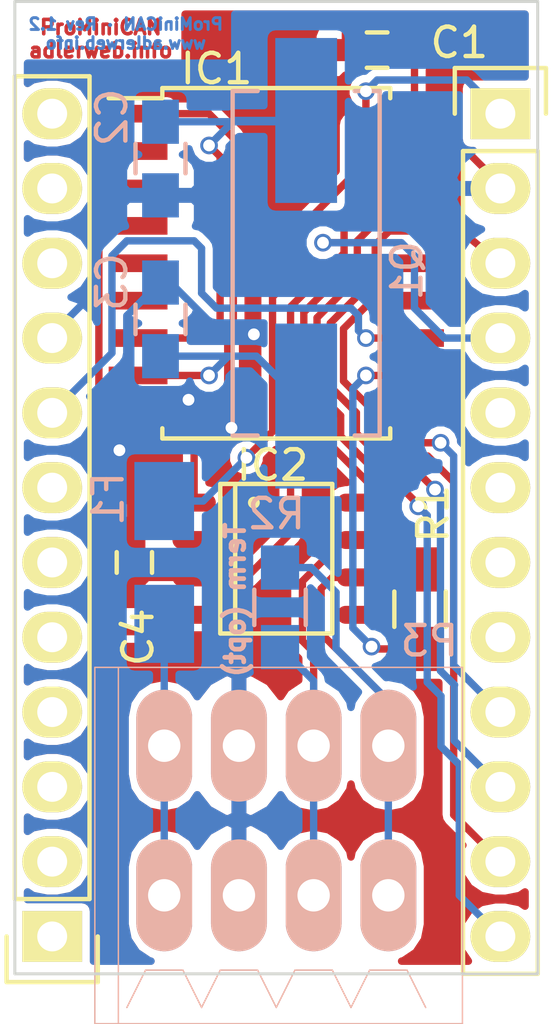
<source format=kicad_pcb>
(kicad_pcb (version 4) (host pcbnew 4.0.6)

  (general
    (links 36)
    (no_connects 0)
    (area 16.516952 122.469 50.467762 162.385)
    (thickness 1.6)
    (drawings 7)
    (tracks 236)
    (zones 0)
    (modules 13)
    (nets 39)
  )

  (page A4)
  (layers
    (0 F.Cu signal)
    (31 B.Cu signal)
    (32 B.Adhes user)
    (33 F.Adhes user)
    (34 B.Paste user)
    (35 F.Paste user)
    (36 B.SilkS user)
    (37 F.SilkS user)
    (38 B.Mask user)
    (39 F.Mask user)
    (40 Dwgs.User user)
    (41 Cmts.User user)
    (42 Eco1.User user)
    (43 Eco2.User user)
    (44 Edge.Cuts user)
    (45 Margin user)
    (46 B.CrtYd user)
    (47 F.CrtYd user)
    (48 B.Fab user)
    (49 F.Fab user)
  )

  (setup
    (last_trace_width 0.25)
    (trace_clearance 0.2)
    (zone_clearance 0.254)
    (zone_45_only no)
    (trace_min 0.1524)
    (segment_width 0.2)
    (edge_width 0.1)
    (via_size 0.6)
    (via_drill 0.4)
    (via_min_size 0.1524)
    (via_min_drill 0.3)
    (uvia_size 0.3)
    (uvia_drill 0.1)
    (uvias_allowed no)
    (uvia_min_size 0)
    (uvia_min_drill 0)
    (pcb_text_width 0.3)
    (pcb_text_size 1.5 1.5)
    (mod_edge_width 0.15)
    (mod_text_size 1 1)
    (mod_text_width 0.15)
    (pad_size 1.5 1.5)
    (pad_drill 0.6)
    (pad_to_mask_clearance 0)
    (aux_axis_origin 0 0)
    (visible_elements FFFFFF7F)
    (pcbplotparams
      (layerselection 0x010f0_80000001)
      (usegerberextensions true)
      (excludeedgelayer true)
      (linewidth 0.100000)
      (plotframeref false)
      (viasonmask false)
      (mode 1)
      (useauxorigin false)
      (hpglpennumber 1)
      (hpglpenspeed 20)
      (hpglpendiameter 15)
      (hpglpenoverlay 2)
      (psnegative false)
      (psa4output false)
      (plotreference true)
      (plotvalue true)
      (plotinvisibletext false)
      (padsonsilk false)
      (subtractmaskfromsilk false)
      (outputformat 1)
      (mirror false)
      (drillshape 0)
      (scaleselection 1)
      (outputdirectory ../gerber/))
  )

  (net 0 "")
  (net 1 GND)
  (net 2 +5V)
  (net 3 "Net-(C2-Pad2)")
  (net 4 "Net-(C3-Pad2)")
  (net 5 +12V)
  (net 6 "Net-(F1-Pad2)")
  (net 7 "Net-(IC1-Pad1)")
  (net 8 "Net-(IC1-Pad2)")
  (net 9 INT0)
  (net 10 SCK)
  (net 11 MISO)
  (net 12 RESET)
  (net 13 "Net-(IC2-Pad8)")
  (net 14 MOSI)
  (net 15 CAN_L)
  (net 16 CAN_H)
  (net 17 Rs)
  (net 18 CS)
  (net 19 "Net-(IC1-Pad3)")
  (net 20 "Net-(IC1-Pad4)")
  (net 21 "Net-(IC1-Pad5)")
  (net 22 "Net-(IC1-Pad6)")
  (net 23 "Net-(IC1-Pad10)")
  (net 24 "Net-(IC2-Pad5)")
  (net 25 "Net-(P1-Pad1)")
  (net 26 "Net-(P1-Pad2)")
  (net 27 "Net-(P1-Pad3)")
  (net 28 "Net-(P1-Pad4)")
  (net 29 "Net-(P1-Pad5)")
  (net 30 "Net-(P1-Pad6)")
  (net 31 "Net-(P1-Pad7)")
  (net 32 "Net-(P1-Pad10)")
  (net 33 "Net-(P1-Pad11)")
  (net 34 "Net-(P1-Pad12)")
  (net 35 "Net-(P2-Pad5)")
  (net 36 "Net-(P2-Pad6)")
  (net 37 "Net-(P2-Pad7)")
  (net 38 "Net-(P2-Pad8)")

  (net_class Default "This is the default net class."
    (clearance 0.2)
    (trace_width 0.25)
    (via_dia 0.6)
    (via_drill 0.4)
    (uvia_dia 0.3)
    (uvia_drill 0.1)
    (add_net +12V)
    (add_net +5V)
    (add_net CAN_H)
    (add_net CAN_L)
    (add_net CS)
    (add_net GND)
    (add_net INT0)
    (add_net MISO)
    (add_net MOSI)
    (add_net "Net-(C2-Pad2)")
    (add_net "Net-(C3-Pad2)")
    (add_net "Net-(F1-Pad2)")
    (add_net "Net-(IC1-Pad1)")
    (add_net "Net-(IC1-Pad10)")
    (add_net "Net-(IC1-Pad2)")
    (add_net "Net-(IC1-Pad3)")
    (add_net "Net-(IC1-Pad4)")
    (add_net "Net-(IC1-Pad5)")
    (add_net "Net-(IC1-Pad6)")
    (add_net "Net-(IC2-Pad5)")
    (add_net "Net-(IC2-Pad8)")
    (add_net "Net-(P1-Pad1)")
    (add_net "Net-(P1-Pad10)")
    (add_net "Net-(P1-Pad11)")
    (add_net "Net-(P1-Pad12)")
    (add_net "Net-(P1-Pad2)")
    (add_net "Net-(P1-Pad3)")
    (add_net "Net-(P1-Pad4)")
    (add_net "Net-(P1-Pad5)")
    (add_net "Net-(P1-Pad6)")
    (add_net "Net-(P1-Pad7)")
    (add_net "Net-(P2-Pad5)")
    (add_net "Net-(P2-Pad6)")
    (add_net "Net-(P2-Pad7)")
    (add_net "Net-(P2-Pad8)")
    (add_net RESET)
    (add_net Rs)
    (add_net SCK)
  )

  (module Pin_Headers:Pin_Header_Straight_1x12 (layer F.Cu) (tedit 55242537) (tstamp 5522B3D0)
    (at 26.67 156.21 180)
    (descr "Through hole pin header")
    (tags "pin header")
    (path /55229960)
    (fp_text reference P1 (at 0 -5.1 180) (layer F.SilkS) hide
      (effects (font (size 1 1) (thickness 0.15)))
    )
    (fp_text value CONN_12 (at 0 -3.1 180) (layer F.Fab) hide
      (effects (font (size 1 1) (thickness 0.15)))
    )
    (fp_line (start -1.75 -1.75) (end -1.75 29.7) (layer F.CrtYd) (width 0.05))
    (fp_line (start 1.75 -1.75) (end 1.75 29.7) (layer F.CrtYd) (width 0.05))
    (fp_line (start -1.75 -1.75) (end 1.75 -1.75) (layer F.CrtYd) (width 0.05))
    (fp_line (start -1.75 29.7) (end 1.75 29.7) (layer F.CrtYd) (width 0.05))
    (fp_line (start 1.27 1.27) (end 1.27 29.21) (layer F.SilkS) (width 0.15))
    (fp_line (start 1.27 29.21) (end -1.27 29.21) (layer F.SilkS) (width 0.15))
    (fp_line (start -1.27 29.21) (end -1.27 1.27) (layer F.SilkS) (width 0.15))
    (fp_line (start 1.55 -1.55) (end 1.55 0) (layer F.SilkS) (width 0.15))
    (fp_line (start 1.27 1.27) (end -1.27 1.27) (layer F.SilkS) (width 0.15))
    (fp_line (start -1.55 0) (end -1.55 -1.55) (layer F.SilkS) (width 0.15))
    (fp_line (start -1.55 -1.55) (end 1.55 -1.55) (layer F.SilkS) (width 0.15))
    (pad 1 thru_hole rect (at 0 0 180) (size 2.032 1.7272) (drill 1.016) (layers *.Cu *.Mask F.SilkS)
      (net 25 "Net-(P1-Pad1)"))
    (pad 2 thru_hole oval (at 0 2.54 180) (size 2.032 1.7272) (drill 1.016) (layers *.Cu *.Mask F.SilkS)
      (net 26 "Net-(P1-Pad2)"))
    (pad 3 thru_hole oval (at 0 5.08 180) (size 2.032 1.7272) (drill 1.016) (layers *.Cu *.Mask F.SilkS)
      (net 27 "Net-(P1-Pad3)"))
    (pad 4 thru_hole oval (at 0 7.62 180) (size 2.032 1.7272) (drill 1.016) (layers *.Cu *.Mask F.SilkS)
      (net 28 "Net-(P1-Pad4)"))
    (pad 5 thru_hole oval (at 0 10.16 180) (size 2.032 1.7272) (drill 1.016) (layers *.Cu *.Mask F.SilkS)
      (net 29 "Net-(P1-Pad5)"))
    (pad 6 thru_hole oval (at 0 12.7 180) (size 2.032 1.7272) (drill 1.016) (layers *.Cu *.Mask F.SilkS)
      (net 30 "Net-(P1-Pad6)"))
    (pad 7 thru_hole oval (at 0 15.24 180) (size 2.032 1.7272) (drill 1.016) (layers *.Cu *.Mask F.SilkS)
      (net 31 "Net-(P1-Pad7)"))
    (pad 8 thru_hole oval (at 0 17.78 180) (size 2.032 1.7272) (drill 1.016) (layers *.Cu *.Mask F.SilkS)
      (net 9 INT0))
    (pad 9 thru_hole oval (at 0 20.32 180) (size 2.032 1.7272) (drill 1.016) (layers *.Cu *.Mask F.SilkS)
      (net 1 GND))
    (pad 10 thru_hole oval (at 0 22.86 180) (size 2.032 1.7272) (drill 1.016) (layers *.Cu *.Mask F.SilkS)
      (net 32 "Net-(P1-Pad10)"))
    (pad 11 thru_hole oval (at 0 25.4 180) (size 2.032 1.7272) (drill 1.016) (layers *.Cu *.Mask F.SilkS)
      (net 33 "Net-(P1-Pad11)"))
    (pad 12 thru_hole oval (at 0 27.94 180) (size 2.032 1.7272) (drill 1.016) (layers *.Cu *.Mask F.SilkS)
      (net 34 "Net-(P1-Pad12)"))
    (model Pin_Headers.3dshapes/Pin_Header_Straight_1x12.wrl
      (at (xyz 0 -0.55 0))
      (scale (xyz 1 1 1))
      (rotate (xyz 0 0 90))
    )
  )

  (module Capacitors_SMD:C_0603_HandSoldering (layer F.Cu) (tedit 552424FC) (tstamp 5522B386)
    (at 37.719 126.111)
    (descr "Capacitor SMD 0603, hand soldering")
    (tags "capacitor 0603")
    (path /5522B427)
    (attr smd)
    (fp_text reference C1 (at 2.794 -0.254) (layer F.SilkS)
      (effects (font (size 1 1) (thickness 0.15)))
    )
    (fp_text value 100nF (at 8.128 0.127) (layer F.Fab) hide
      (effects (font (size 1 1) (thickness 0.15)))
    )
    (fp_line (start -1.85 -0.75) (end 1.85 -0.75) (layer F.CrtYd) (width 0.05))
    (fp_line (start -1.85 0.75) (end 1.85 0.75) (layer F.CrtYd) (width 0.05))
    (fp_line (start -1.85 -0.75) (end -1.85 0.75) (layer F.CrtYd) (width 0.05))
    (fp_line (start 1.85 -0.75) (end 1.85 0.75) (layer F.CrtYd) (width 0.05))
    (fp_line (start -0.35 -0.6) (end 0.35 -0.6) (layer F.SilkS) (width 0.15))
    (fp_line (start 0.35 0.6) (end -0.35 0.6) (layer F.SilkS) (width 0.15))
    (pad 1 smd rect (at -0.95 0) (size 1.2 0.75) (layers F.Cu F.Paste F.Mask)
      (net 1 GND))
    (pad 2 smd rect (at 0.95 0) (size 1.2 0.75) (layers F.Cu F.Paste F.Mask)
      (net 2 +5V))
    (model Capacitors_SMD.3dshapes/C_0603_HandSoldering.wrl
      (at (xyz 0 0 0))
      (scale (xyz 1 1 1))
      (rotate (xyz 0 0 0))
    )
  )

  (module Capacitors_SMD:C_0805_HandSoldering (layer B.Cu) (tedit 552425E7) (tstamp 5522B38C)
    (at 30.353 129.794 90)
    (descr "Capacitor SMD 0805, hand soldering")
    (tags "capacitor 0805")
    (path /5522A350)
    (attr smd)
    (fp_text reference C2 (at 1.397 -1.651 90) (layer B.SilkS)
      (effects (font (size 1 1) (thickness 0.15)) (justify mirror))
    )
    (fp_text value 22pF (at 0.635 -9.525 90) (layer B.Fab) hide
      (effects (font (size 1 1) (thickness 0.15)) (justify mirror))
    )
    (fp_line (start -2.3 1) (end 2.3 1) (layer B.CrtYd) (width 0.05))
    (fp_line (start -2.3 -1) (end 2.3 -1) (layer B.CrtYd) (width 0.05))
    (fp_line (start -2.3 1) (end -2.3 -1) (layer B.CrtYd) (width 0.05))
    (fp_line (start 2.3 1) (end 2.3 -1) (layer B.CrtYd) (width 0.05))
    (fp_line (start 0.5 0.85) (end -0.5 0.85) (layer B.SilkS) (width 0.15))
    (fp_line (start -0.5 -0.85) (end 0.5 -0.85) (layer B.SilkS) (width 0.15))
    (pad 1 smd rect (at -1.25 0 90) (size 1.5 1.25) (layers B.Cu B.Paste B.Mask)
      (net 1 GND))
    (pad 2 smd rect (at 1.25 0 90) (size 1.5 1.25) (layers B.Cu B.Paste B.Mask)
      (net 3 "Net-(C2-Pad2)"))
    (model Capacitors_SMD.3dshapes/C_0805_HandSoldering.wrl
      (at (xyz 0 0 0))
      (scale (xyz 1 1 1))
      (rotate (xyz 0 0 0))
    )
  )

  (module Capacitors_SMD:C_0805_HandSoldering (layer B.Cu) (tedit 552425D9) (tstamp 5522B392)
    (at 30.353 135.255 270)
    (descr "Capacitor SMD 0805, hand soldering")
    (tags "capacitor 0805")
    (path /5522A3BF)
    (attr smd)
    (fp_text reference C3 (at -1.27 1.651 270) (layer B.SilkS)
      (effects (font (size 1 1) (thickness 0.15)) (justify mirror))
    )
    (fp_text value 22pF (at -1.143 9.906 270) (layer B.Fab) hide
      (effects (font (size 1 1) (thickness 0.15)) (justify mirror))
    )
    (fp_line (start -2.3 1) (end 2.3 1) (layer B.CrtYd) (width 0.05))
    (fp_line (start -2.3 -1) (end 2.3 -1) (layer B.CrtYd) (width 0.05))
    (fp_line (start -2.3 1) (end -2.3 -1) (layer B.CrtYd) (width 0.05))
    (fp_line (start 2.3 1) (end 2.3 -1) (layer B.CrtYd) (width 0.05))
    (fp_line (start 0.5 0.85) (end -0.5 0.85) (layer B.SilkS) (width 0.15))
    (fp_line (start -0.5 -0.85) (end 0.5 -0.85) (layer B.SilkS) (width 0.15))
    (pad 1 smd rect (at -1.25 0 270) (size 1.5 1.25) (layers B.Cu B.Paste B.Mask)
      (net 1 GND))
    (pad 2 smd rect (at 1.25 0 270) (size 1.5 1.25) (layers B.Cu B.Paste B.Mask)
      (net 4 "Net-(C3-Pad2)"))
    (model Capacitors_SMD.3dshapes/C_0805_HandSoldering.wrl
      (at (xyz 0 0 0))
      (scale (xyz 1 1 1))
      (rotate (xyz 0 0 0))
    )
  )

  (module Capacitors_SMD:C_0603_HandSoldering (layer F.Cu) (tedit 5526EC9A) (tstamp 5522B398)
    (at 29.464 143.51 270)
    (descr "Capacitor SMD 0603, hand soldering")
    (tags "capacitor 0603")
    (path /5522B77D)
    (attr smd)
    (fp_text reference C4 (at 2.54 -0.127 270) (layer F.SilkS)
      (effects (font (size 1 1) (thickness 0.15)))
    )
    (fp_text value 100nF (at -2.54 7.747 270) (layer F.Fab) hide
      (effects (font (size 1 1) (thickness 0.15)))
    )
    (fp_line (start -1.85 -0.75) (end 1.85 -0.75) (layer F.CrtYd) (width 0.05))
    (fp_line (start -1.85 0.75) (end 1.85 0.75) (layer F.CrtYd) (width 0.05))
    (fp_line (start -1.85 -0.75) (end -1.85 0.75) (layer F.CrtYd) (width 0.05))
    (fp_line (start 1.85 -0.75) (end 1.85 0.75) (layer F.CrtYd) (width 0.05))
    (fp_line (start -0.35 -0.6) (end 0.35 -0.6) (layer F.SilkS) (width 0.15))
    (fp_line (start 0.35 0.6) (end -0.35 0.6) (layer F.SilkS) (width 0.15))
    (pad 1 smd rect (at -0.95 0 270) (size 1.2 0.75) (layers F.Cu F.Paste F.Mask)
      (net 1 GND))
    (pad 2 smd rect (at 0.95 0 270) (size 1.2 0.75) (layers F.Cu F.Paste F.Mask)
      (net 2 +5V))
    (model Capacitors_SMD.3dshapes/C_0603_HandSoldering.wrl
      (at (xyz 0 0 0))
      (scale (xyz 1 1 1))
      (rotate (xyz 0 0 0))
    )
  )

  (module Fuse_Holders_and_Fuses:Fuse_SMD1206_HandSoldering (layer B.Cu) (tedit 5579DF3F) (tstamp 5522B39E)
    (at 30.48 143.51 270)
    (descr "Fuse, Sicherung, SMD1206, Littlefuse-Wickmann 433 Series, Hand Soldering,")
    (tags "Fuse, Sicherung, SMD1206,  Littlefuse-Wickmann 433 Series, Hand Soldering,")
    (path /55231BCD)
    (attr smd)
    (fp_text reference F1 (at -2.159 1.905 270) (layer B.SilkS)
      (effects (font (size 1 1) (thickness 0.15)) (justify mirror))
    )
    (fp_text value 160mA (at 10.922 -0.508 270) (layer B.Fab) hide
      (effects (font (size 1 1) (thickness 0.15)) (justify mirror))
    )
    (pad 1 smd rect (at -2.08534 0 180) (size 2.02946 2.65176) (layers B.Cu B.Paste B.Mask)
      (net 5 +12V))
    (pad 2 smd rect (at 2.08534 0 180) (size 2.02946 2.65176) (layers B.Cu B.Paste B.Mask)
      (net 6 "Net-(F1-Pad2)"))
  )

  (module Housings_SOIC:SOIC-18_7.5x11.6mm_Pitch1.27mm (layer F.Cu) (tedit 5579DF90) (tstamp 5522B3B4)
    (at 34.29 133.35)
    (descr "18-Lead Plastic Small Outline (SO) - Wide, 7.50 mm Body [SOIC] (see Microchip Packaging Specification 00000049BS.pdf)")
    (tags "SOIC 1.27")
    (path /55229C76)
    (attr smd)
    (fp_text reference IC1 (at -2.032 -6.604) (layer F.SilkS)
      (effects (font (size 1 1) (thickness 0.15)))
    )
    (fp_text value MCP2515 (at -13.208 3.556) (layer F.Fab) hide
      (effects (font (size 1 1) (thickness 0.15)))
    )
    (fp_line (start -5.95 -6.15) (end -5.95 6.15) (layer F.CrtYd) (width 0.05))
    (fp_line (start 5.95 -6.15) (end 5.95 6.15) (layer F.CrtYd) (width 0.05))
    (fp_line (start -5.95 -6.15) (end 5.95 -6.15) (layer F.CrtYd) (width 0.05))
    (fp_line (start -5.95 6.15) (end 5.95 6.15) (layer F.CrtYd) (width 0.05))
    (fp_line (start -3.875 -5.95) (end -3.875 -5.605) (layer F.SilkS) (width 0.15))
    (fp_line (start 3.875 -5.95) (end 3.875 -5.605) (layer F.SilkS) (width 0.15))
    (fp_line (start 3.875 5.95) (end 3.875 5.605) (layer F.SilkS) (width 0.15))
    (fp_line (start -3.875 5.95) (end -3.875 5.605) (layer F.SilkS) (width 0.15))
    (fp_line (start -3.875 -5.95) (end 3.875 -5.95) (layer F.SilkS) (width 0.15))
    (fp_line (start -3.875 5.95) (end 3.875 5.95) (layer F.SilkS) (width 0.15))
    (fp_line (start -3.875 -5.605) (end -5.7 -5.605) (layer F.SilkS) (width 0.15))
    (pad 1 smd rect (at -4.7 -5.08) (size 2 0.6) (layers F.Cu F.Paste F.Mask)
      (net 7 "Net-(IC1-Pad1)"))
    (pad 2 smd rect (at -4.7 -3.81) (size 2 0.6) (layers F.Cu F.Paste F.Mask)
      (net 8 "Net-(IC1-Pad2)"))
    (pad 3 smd rect (at -4.7 -2.54) (size 2 0.6) (layers F.Cu F.Paste F.Mask)
      (net 19 "Net-(IC1-Pad3)"))
    (pad 4 smd rect (at -4.7 -1.27) (size 2 0.6) (layers F.Cu F.Paste F.Mask)
      (net 20 "Net-(IC1-Pad4)"))
    (pad 5 smd rect (at -4.7 0) (size 2 0.6) (layers F.Cu F.Paste F.Mask)
      (net 21 "Net-(IC1-Pad5)"))
    (pad 6 smd rect (at -4.7 1.27) (size 2 0.6) (layers F.Cu F.Paste F.Mask)
      (net 22 "Net-(IC1-Pad6)"))
    (pad 7 smd rect (at -4.7 2.54) (size 2 0.6) (layers F.Cu F.Paste F.Mask)
      (net 3 "Net-(C2-Pad2)"))
    (pad 8 smd rect (at -4.7 3.81) (size 2 0.6) (layers F.Cu F.Paste F.Mask)
      (net 4 "Net-(C3-Pad2)"))
    (pad 9 smd rect (at -4.7 5.08) (size 2 0.6) (layers F.Cu F.Paste F.Mask)
      (net 1 GND))
    (pad 10 smd rect (at 4.7 5.08) (size 2 0.6) (layers F.Cu F.Paste F.Mask)
      (net 23 "Net-(IC1-Pad10)"))
    (pad 11 smd rect (at 4.7 3.81) (size 2 0.6) (layers F.Cu F.Paste F.Mask)
      (net 17 Rs))
    (pad 12 smd rect (at 4.7 2.54) (size 2 0.6) (layers F.Cu F.Paste F.Mask)
      (net 9 INT0))
    (pad 13 smd rect (at 4.7 1.27) (size 2 0.6) (layers F.Cu F.Paste F.Mask)
      (net 10 SCK))
    (pad 14 smd rect (at 4.7 0) (size 2 0.6) (layers F.Cu F.Paste F.Mask)
      (net 14 MOSI))
    (pad 15 smd rect (at 4.7 -1.27) (size 2 0.6) (layers F.Cu F.Paste F.Mask)
      (net 11 MISO))
    (pad 16 smd rect (at 4.7 -2.54) (size 2 0.6) (layers F.Cu F.Paste F.Mask)
      (net 18 CS))
    (pad 17 smd rect (at 4.7 -3.81) (size 2 0.6) (layers F.Cu F.Paste F.Mask)
      (net 12 RESET))
    (pad 18 smd rect (at 4.7 -5.08) (size 2 0.6) (layers F.Cu F.Paste F.Mask)
      (net 2 +5V))
    (model Housings_SOIC.3dshapes/SOIC-18_7.5x11.6mm_Pitch1.27mm.wrl
      (at (xyz 0 0 0))
      (scale (xyz 1 1 1))
      (rotate (xyz 0 0 0))
    )
  )

  (module Power_Integrations:SO-8 (layer F.Cu) (tedit 55242527) (tstamp 5522B3C0)
    (at 34.29 143.383 270)
    (descr "SO-8 Surface Mount Small Outline 150mil 8pin Package")
    (tags "Power Integrations D Package")
    (path /55229D42)
    (fp_text reference IC2 (at -3.175 0.127 360) (layer F.SilkS)
      (effects (font (size 1 1) (thickness 0.15)))
    )
    (fp_text value "PCA 82C25x" (at 2.032 12.954 360) (layer F.Fab) hide
      (effects (font (size 1 1) (thickness 0.15)))
    )
    (fp_circle (center -1.905 0.762) (end -1.778 0.762) (layer F.SilkS) (width 0.15))
    (fp_line (start -2.54 1.397) (end 2.54 1.397) (layer F.SilkS) (width 0.15))
    (fp_line (start -2.54 -1.905) (end 2.54 -1.905) (layer F.SilkS) (width 0.15))
    (fp_line (start -2.54 1.905) (end 2.54 1.905) (layer F.SilkS) (width 0.15))
    (fp_line (start -2.54 1.905) (end -2.54 -1.905) (layer F.SilkS) (width 0.15))
    (fp_line (start 2.54 1.905) (end 2.54 -1.905) (layer F.SilkS) (width 0.15))
    (pad 1 smd oval (at -1.905 2.794 270) (size 0.6096 1.4732) (layers F.Cu F.Paste F.Mask)
      (net 7 "Net-(IC1-Pad1)"))
    (pad 2 smd oval (at -0.635 2.794 270) (size 0.6096 1.4732) (layers F.Cu F.Paste F.Mask)
      (net 1 GND))
    (pad 3 smd oval (at 0.635 2.794 270) (size 0.6096 1.4732) (layers F.Cu F.Paste F.Mask)
      (net 2 +5V))
    (pad 4 smd oval (at 1.905 2.794 270) (size 0.6096 1.4732) (layers F.Cu F.Paste F.Mask)
      (net 8 "Net-(IC1-Pad2)"))
    (pad 5 smd oval (at 1.905 -2.794 270) (size 0.6096 1.4732) (layers F.Cu F.Paste F.Mask)
      (net 24 "Net-(IC2-Pad5)"))
    (pad 6 smd oval (at 0.635 -2.794 270) (size 0.6096 1.4732) (layers F.Cu F.Paste F.Mask)
      (net 15 CAN_L))
    (pad 7 smd oval (at -0.635 -2.794 270) (size 0.6096 1.4732) (layers F.Cu F.Paste F.Mask)
      (net 16 CAN_H))
    (pad 8 smd oval (at -1.905 -2.794 270) (size 0.6096 1.4732) (layers F.Cu F.Paste F.Mask)
      (net 13 "Net-(IC2-Pad8)"))
  )

  (module Pin_Headers:Pin_Header_Straight_1x12 (layer F.Cu) (tedit 552424F7) (tstamp 5522B3E0)
    (at 41.91 128.27)
    (descr "Through hole pin header")
    (tags "pin header")
    (path /55229ABD)
    (fp_text reference P2 (at 2.667 -4.826) (layer F.SilkS) hide
      (effects (font (size 1 1) (thickness 0.15)))
    )
    (fp_text value CONN_12 (at 4.953 -3.429) (layer F.Fab) hide
      (effects (font (size 1 1) (thickness 0.15)))
    )
    (fp_line (start -1.75 -1.75) (end -1.75 29.7) (layer F.CrtYd) (width 0.05))
    (fp_line (start 1.75 -1.75) (end 1.75 29.7) (layer F.CrtYd) (width 0.05))
    (fp_line (start -1.75 -1.75) (end 1.75 -1.75) (layer F.CrtYd) (width 0.05))
    (fp_line (start -1.75 29.7) (end 1.75 29.7) (layer F.CrtYd) (width 0.05))
    (fp_line (start 1.27 1.27) (end 1.27 29.21) (layer F.SilkS) (width 0.15))
    (fp_line (start 1.27 29.21) (end -1.27 29.21) (layer F.SilkS) (width 0.15))
    (fp_line (start -1.27 29.21) (end -1.27 1.27) (layer F.SilkS) (width 0.15))
    (fp_line (start 1.55 -1.55) (end 1.55 0) (layer F.SilkS) (width 0.15))
    (fp_line (start 1.27 1.27) (end -1.27 1.27) (layer F.SilkS) (width 0.15))
    (fp_line (start -1.55 0) (end -1.55 -1.55) (layer F.SilkS) (width 0.15))
    (fp_line (start -1.55 -1.55) (end 1.55 -1.55) (layer F.SilkS) (width 0.15))
    (pad 1 thru_hole rect (at 0 0) (size 2.032 1.7272) (drill 1.016) (layers *.Cu *.Mask F.SilkS)
      (net 5 +12V))
    (pad 2 thru_hole oval (at 0 2.54) (size 2.032 1.7272) (drill 1.016) (layers *.Cu *.Mask F.SilkS)
      (net 1 GND))
    (pad 3 thru_hole oval (at 0 5.08) (size 2.032 1.7272) (drill 1.016) (layers *.Cu *.Mask F.SilkS)
      (net 12 RESET))
    (pad 4 thru_hole oval (at 0 7.62) (size 2.032 1.7272) (drill 1.016) (layers *.Cu *.Mask F.SilkS)
      (net 2 +5V))
    (pad 5 thru_hole oval (at 0 10.16) (size 2.032 1.7272) (drill 1.016) (layers *.Cu *.Mask F.SilkS)
      (net 35 "Net-(P2-Pad5)"))
    (pad 6 thru_hole oval (at 0 12.7) (size 2.032 1.7272) (drill 1.016) (layers *.Cu *.Mask F.SilkS)
      (net 36 "Net-(P2-Pad6)"))
    (pad 7 thru_hole oval (at 0 15.24) (size 2.032 1.7272) (drill 1.016) (layers *.Cu *.Mask F.SilkS)
      (net 37 "Net-(P2-Pad7)"))
    (pad 8 thru_hole oval (at 0 17.78) (size 2.032 1.7272) (drill 1.016) (layers *.Cu *.Mask F.SilkS)
      (net 38 "Net-(P2-Pad8)"))
    (pad 9 thru_hole oval (at 0 20.32) (size 2.032 1.7272) (drill 1.016) (layers *.Cu *.Mask F.SilkS)
      (net 10 SCK))
    (pad 10 thru_hole oval (at 0 22.86) (size 2.032 1.7272) (drill 1.016) (layers *.Cu *.Mask F.SilkS)
      (net 11 MISO))
    (pad 11 thru_hole oval (at 0 25.4) (size 2.032 1.7272) (drill 1.016) (layers *.Cu *.Mask F.SilkS)
      (net 14 MOSI))
    (pad 12 thru_hole oval (at 0 27.94) (size 2.032 1.7272) (drill 1.016) (layers *.Cu *.Mask F.SilkS)
      (net 18 CS))
    (model Pin_Headers.3dshapes/Pin_Header_Straight_1x12.wrl
      (at (xyz 0 -0.55 0))
      (scale (xyz 1 1 1))
      (rotate (xyz 0 0 90))
    )
  )

  (module Crystals:Crystal_HC49-SD_SMD (layer B.Cu) (tedit 5579DF31) (tstamp 5522B3EE)
    (at 35.306 133.35 90)
    (descr "Crystal, Quarz, HC49-SD, SMD,")
    (tags "Crystal, Quarz, HC49-SD, SMD,")
    (path /5522A1BF)
    (attr smd)
    (fp_text reference Q1 (at -0.254 3.429 270) (layer B.SilkS)
      (effects (font (size 1 1) (thickness 0.15)) (justify mirror))
    )
    (fp_text value 16MHz/4MHz (at 2.667 -12.446 90) (layer B.Fab) hide
      (effects (font (size 1 1) (thickness 0.15)) (justify mirror))
    )
    (fp_circle (center 0 0) (end 0.8509 0) (layer B.Adhes) (width 0.381))
    (fp_circle (center 0 0) (end 0.50038 0) (layer B.Adhes) (width 0.381))
    (fp_circle (center 0 0) (end 0.14986 -0.0508) (layer B.Adhes) (width 0.381))
    (fp_line (start -5.84962 -2.49936) (end 5.84962 -2.49936) (layer B.SilkS) (width 0.15))
    (fp_line (start 5.84962 2.49936) (end -5.84962 2.49936) (layer B.SilkS) (width 0.15))
    (fp_line (start 5.84962 -2.49936) (end 5.84962 -1.651) (layer B.SilkS) (width 0.15))
    (fp_line (start 5.84962 2.49936) (end 5.84962 1.651) (layer B.SilkS) (width 0.15))
    (fp_line (start -5.84962 -2.49936) (end -5.84962 -1.651) (layer B.SilkS) (width 0.15))
    (fp_line (start -5.84962 2.49936) (end -5.84962 1.651) (layer B.SilkS) (width 0.15))
    (pad 1 smd rect (at -4.84886 0 90) (size 5.6007 2.10058) (layers B.Cu B.Paste B.Mask)
      (net 4 "Net-(C3-Pad2)"))
    (pad 2 smd rect (at 4.84886 0 90) (size 5.6007 2.10058) (layers B.Cu B.Paste B.Mask)
      (net 3 "Net-(C2-Pad2)"))
  )

  (module Resistors_SMD:R_0805_HandSoldering (layer F.Cu) (tedit 5579DF80) (tstamp 5522B3F4)
    (at 39.1795 145.0975 270)
    (descr "Resistor SMD 0805, hand soldering")
    (tags "resistor 0805")
    (path /5522C92B)
    (attr smd)
    (fp_text reference R1 (at -3.2385 -0.4445 270) (layer F.SilkS)
      (effects (font (size 1 1) (thickness 0.15)))
    )
    (fp_text value 82kΩ (at -1.778 -10.033 270) (layer F.Fab) hide
      (effects (font (size 1 1) (thickness 0.15)))
    )
    (fp_line (start -2.4 -1) (end 2.4 -1) (layer F.CrtYd) (width 0.05))
    (fp_line (start -2.4 1) (end 2.4 1) (layer F.CrtYd) (width 0.05))
    (fp_line (start -2.4 -1) (end -2.4 1) (layer F.CrtYd) (width 0.05))
    (fp_line (start 2.4 -1) (end 2.4 1) (layer F.CrtYd) (width 0.05))
    (fp_line (start 0.6 0.875) (end -0.6 0.875) (layer F.SilkS) (width 0.15))
    (fp_line (start -0.6 -0.875) (end 0.6 -0.875) (layer F.SilkS) (width 0.15))
    (pad 1 smd rect (at -1.35 0 270) (size 1.5 1.3) (layers F.Cu F.Paste F.Mask)
      (net 13 "Net-(IC2-Pad8)"))
    (pad 2 smd rect (at 1.35 0 270) (size 1.5 1.3) (layers F.Cu F.Paste F.Mask)
      (net 17 Rs))
    (model Resistors_SMD.3dshapes/R_0805_HandSoldering.wrl
      (at (xyz 0 0 0))
      (scale (xyz 1 1 1))
      (rotate (xyz 0 0 0))
    )
  )

  (module Resistors_SMD:R_0805_HandSoldering (layer B.Cu) (tedit 552425CA) (tstamp 5522B3FA)
    (at 34.417 145.034 270)
    (descr "Resistor SMD 0805, hand soldering")
    (tags "resistor 0805")
    (path /5523187F)
    (attr smd)
    (fp_text reference R2 (at -3.175 0.127 540) (layer B.SilkS)
      (effects (font (size 1 1) (thickness 0.15)) (justify mirror))
    )
    (fp_text value 120Ω (at -6.223 -4.826 270) (layer B.Fab) hide
      (effects (font (size 1 1) (thickness 0.15)) (justify mirror))
    )
    (fp_line (start -2.4 1) (end 2.4 1) (layer B.CrtYd) (width 0.05))
    (fp_line (start -2.4 -1) (end 2.4 -1) (layer B.CrtYd) (width 0.05))
    (fp_line (start -2.4 1) (end -2.4 -1) (layer B.CrtYd) (width 0.05))
    (fp_line (start 2.4 1) (end 2.4 -1) (layer B.CrtYd) (width 0.05))
    (fp_line (start 0.6 -0.875) (end -0.6 -0.875) (layer B.SilkS) (width 0.15))
    (fp_line (start -0.6 0.875) (end 0.6 0.875) (layer B.SilkS) (width 0.15))
    (pad 1 smd rect (at -1.35 0 270) (size 1.5 1.3) (layers B.Cu B.Paste B.Mask)
      (net 15 CAN_L))
    (pad 2 smd rect (at 1.35 0 270) (size 1.5 1.3) (layers B.Cu B.Paste B.Mask)
      (net 16 CAN_H))
    (model Resistors_SMD.3dshapes/R_0805_HandSoldering.wrl
      (at (xyz 0 0 0))
      (scale (xyz 1 1 1))
      (rotate (xyz 0 0 0))
    )
  )

  (module Sockets_WAGO734:WAGO_233-504 (layer B.Cu) (tedit 5579DF19) (tstamp 5522B4FE)
    (at 33.02 154.813 180)
    (path /5579E23D)
    (fp_text reference P3 (at -6.477 8.636 360) (layer B.SilkS)
      (effects (font (size 1 1) (thickness 0.15)) (justify mirror))
    )
    (fp_text value WAGO_233_504 (at -6.1 8.14 360) (layer B.Fab)
      (effects (font (size 0.25 0.25) (thickness 0.0625)) (justify mirror))
    )
    (fp_line (start -6.35 -3.81) (end -5.715 -2.54) (layer B.SilkS) (width 0.05))
    (fp_line (start -5.715 -2.54) (end -4.445 -2.54) (layer B.SilkS) (width 0.05))
    (fp_line (start -4.445 -2.54) (end -3.81 -3.81) (layer B.SilkS) (width 0.05))
    (fp_line (start -3.81 -3.81) (end -3.175 -2.54) (layer B.SilkS) (width 0.05))
    (fp_line (start -3.175 -2.54) (end -1.905 -2.54) (layer B.SilkS) (width 0.05))
    (fp_line (start -1.905 -2.54) (end -1.27 -3.81) (layer B.SilkS) (width 0.05))
    (fp_line (start -1.27 -3.81) (end -0.635 -2.54) (layer B.SilkS) (width 0.05))
    (fp_line (start -0.635 -2.54) (end 0.635 -2.54) (layer B.SilkS) (width 0.05))
    (fp_line (start 0.635 -2.54) (end 1.27 -3.81) (layer B.SilkS) (width 0.05))
    (fp_line (start 1.27 -3.81) (end 1.905 -2.54) (layer B.SilkS) (width 0.05))
    (fp_line (start 1.905 -2.54) (end 3.175 -2.54) (layer B.SilkS) (width 0.05))
    (fp_line (start 3.175 -2.54) (end 3.81 -3.81) (layer B.SilkS) (width 0.05))
    (fp_line (start 4.1 7.74) (end 4.1 -4.36) (layer B.SilkS) (width 0.05))
    (fp_line (start -7.6 7.74) (end 4.9 7.74) (layer B.SilkS) (width 0.05))
    (fp_line (start 4.9 7.74) (end 4.9 -4.36) (layer B.SilkS) (width 0.05))
    (fp_line (start 4.9 -4.36) (end -7.6 -4.36) (layer B.SilkS) (width 0.05))
    (fp_line (start -7.6 -4.36) (end -7.6 7.74) (layer B.SilkS) (width 0.05))
    (pad 1 thru_hole oval (at -5.08 5.08 180) (size 1.9 3.8) (drill 1.1) (layers *.Cu *.Mask B.SilkS)
      (net 15 CAN_L))
    (pad 1 thru_hole oval (at -5.08 0 180) (size 1.9 3.8) (drill 1.1) (layers *.Cu *.Mask B.SilkS)
      (net 15 CAN_L))
    (pad 2 thru_hole oval (at -2.54 5.08 180) (size 1.9 3.8) (drill 1.1) (layers *.Cu *.Mask B.SilkS)
      (net 16 CAN_H))
    (pad 2 thru_hole oval (at -2.54 0 180) (size 1.9 3.8) (drill 1.1) (layers *.Cu *.Mask B.SilkS)
      (net 16 CAN_H))
    (pad 3 thru_hole oval (at 0 5.08 180) (size 1.9 3.8) (drill 1.1) (layers *.Cu *.Mask B.SilkS)
      (net 1 GND))
    (pad 3 thru_hole oval (at 0 0 180) (size 1.9 3.8) (drill 1.1) (layers *.Cu *.Mask B.SilkS)
      (net 1 GND))
    (pad 4 thru_hole oval (at 2.54 5.08 180) (size 1.9 3.8) (drill 1.1) (layers *.Cu *.Mask B.SilkS)
      (net 6 "Net-(F1-Pad2)"))
    (pad 4 thru_hole oval (at 2.54 0 180) (size 1.9 3.8) (drill 1.1) (layers *.Cu *.Mask B.SilkS)
      (net 6 "Net-(F1-Pad2)"))
  )

  (gr_text "ProMiniCAN · Rev 1.2\nwww.adlerweb.info" (at 29.1719 125.5522) (layer B.Cu)
    (effects (font (size 0.4 0.4) (thickness 0.1)) (justify mirror))
  )
  (gr_text "ProMiniCAN\nadlerweb.info" (at 28.321 125.73) (layer F.Cu)
    (effects (font (size 0.48768 0.48768) (thickness 0.12192)))
  )
  (gr_text "Term (opt)" (at 32.893 144.78 90) (layer B.SilkS)
    (effects (font (size 0.64516 0.64516) (thickness 0.16129)) (justify mirror))
  )
  (gr_line (start 43.18 157.48) (end 25.4 157.48) (angle 90) (layer Edge.Cuts) (width 0.1))
  (gr_line (start 43.18 124.46) (end 43.18 157.48) (angle 90) (layer Edge.Cuts) (width 0.1))
  (gr_line (start 25.4 124.46) (end 43.18 124.46) (angle 90) (layer Edge.Cuts) (width 0.1))
  (gr_line (start 25.4 157.48) (end 25.4 124.46) (angle 90) (layer Edge.Cuts) (width 0.1))

  (segment (start 33.528 135.763) (end 33.528 138.176) (width 0.25) (layer F.Cu) (net 1))
  (segment (start 30.6905 134.005) (end 32.4485 135.763) (width 0.25) (layer B.Cu) (net 1) (tstamp 55785503))
  (segment (start 32.4485 135.763) (end 33.528 135.763) (width 0.25) (layer B.Cu) (net 1) (tstamp 55785508))
  (via (at 33.528 135.763) (size 0.6) (layers F.Cu B.Cu) (net 1))
  (via (at 32.766 138.938) (size 0.6) (layers F.Cu B.Cu) (net 1))
  (segment (start 33.528 138.176) (end 32.766 138.938) (width 0.25) (layer F.Cu) (net 1) (tstamp 557B8B1D))
  (segment (start 29.59 138.43) (end 29.59 139.066) (width 0.25) (layer F.Cu) (net 1))
  (via (at 28.956 139.7) (size 0.6) (layers F.Cu B.Cu) (net 1))
  (segment (start 29.59 139.066) (end 28.956 139.7) (width 0.25) (layer F.Cu) (net 1) (tstamp 557B8B19))
  (segment (start 26.67 135.763) (end 27.8765 134.5565) (width 0.25) (layer B.Cu) (net 1) (tstamp 557852BD))
  (segment (start 26.67 135.89) (end 26.67 135.763) (width 0.25) (layer B.Cu) (net 1))
  (segment (start 41.91 130.81) (end 41.91 130.683) (width 0.25) (layer F.Cu) (net 1))
  (segment (start 41.91 130.683) (end 40.767 129.54) (width 0.25) (layer F.Cu) (net 1) (tstamp 557B8A33))
  (segment (start 29.464 142.56) (end 31.308 142.56) (width 0.25) (layer F.Cu) (net 1))
  (segment (start 31.308 142.56) (end 31.496 142.748) (width 0.25) (layer F.Cu) (net 1) (tstamp 5522CF12))
  (segment (start 30.861 138.43) (end 31.3055 137.9855) (width 0.25) (layer F.Cu) (net 1) (tstamp 557852AF))
  (via (at 31.3055 137.9855) (size 0.6) (layers F.Cu B.Cu) (net 1))
  (segment (start 29.59 138.43) (end 30.861 138.43) (width 0.25) (layer F.Cu) (net 1))
  (segment (start 30.353 134.005) (end 30.6905 134.005) (width 0.25) (layer B.Cu) (net 1))
  (segment (start 29.21 135.128) (end 29.21 135.636) (width 0.25) (layer B.Cu) (net 1) (tstamp 5578553A))
  (segment (start 30.333 134.005) (end 29.21 135.128) (width 0.25) (layer B.Cu) (net 1) (tstamp 55785535))
  (segment (start 30.353 134.005) (end 30.333 134.005) (width 0.25) (layer B.Cu) (net 1))
  (segment (start 31.496 144.018) (end 29.906 144.018) (width 0.25) (layer F.Cu) (net 2) (status 10))
  (segment (start 29.906 144.018) (end 29.464 144.46) (width 0.25) (layer F.Cu) (net 2) (tstamp 5522B8E9))
  (segment (start 38.99 126.432) (end 38.669 126.111) (width 0.25) (layer F.Cu) (net 2) (tstamp 5522B8D6))
  (segment (start 38.99 126.432) (end 38.669 126.111) (width 0.25) (layer F.Cu) (net 2) (tstamp 55784477))
  (segment (start 38.99 128.27) (end 38.99 126.432) (width 0.25) (layer F.Cu) (net 2))
  (segment (start 39.116 126.111) (end 38.669 126.111) (width 0.25) (layer F.Cu) (net 2) (tstamp 557844AF))
  (segment (start 38.0365 128.27) (end 38.99 128.27) (width 0.25) (layer F.Cu) (net 2) (tstamp 5578515D))
  (segment (start 33.274 144.018) (end 34.775992 142.516008) (width 0.25) (layer F.Cu) (net 2) (tstamp 55785127))
  (segment (start 34.775992 142.516008) (end 34.775992 134.826916) (width 0.25) (layer F.Cu) (net 2) (tstamp 5578513A))
  (segment (start 34.775992 134.826916) (end 36.595348 133.00756) (width 0.25) (layer F.Cu) (net 2) (tstamp 5578513D))
  (segment (start 36.595348 132.6515) (end 36.595348 132.121356) (width 0.25) (layer F.Cu) (net 2) (tstamp 55785391))
  (segment (start 36.595348 133.00756) (end 36.595348 132.6515) (width 0.25) (layer F.Cu) (net 2) (tstamp 55785143))
  (segment (start 36.595348 132.121356) (end 37.014299 131.702405) (width 0.25) (layer F.Cu) (net 2) (tstamp 55785144))
  (segment (start 37.014299 131.702405) (end 37.014299 131.132303) (width 0.25) (layer F.Cu) (net 2) (tstamp 55785145))
  (segment (start 37.014299 131.132303) (end 37.465 130.681602) (width 0.25) (layer F.Cu) (net 2) (tstamp 5578514A))
  (segment (start 37.465 130.681602) (end 37.465 128.8415) (width 0.25) (layer F.Cu) (net 2) (tstamp 55785154))
  (segment (start 37.465 128.8415) (end 38.0365 128.27) (width 0.25) (layer F.Cu) (net 2) (tstamp 55785159))
  (segment (start 31.496 144.018) (end 33.274 144.018) (width 0.25) (layer F.Cu) (net 2))
  (segment (start 38.669 126.2355) (end 38.669 126.111) (width 0.25) (layer F.Cu) (net 2) (tstamp 55785307))
  (segment (start 40.005 135.89) (end 38.989 134.874) (width 0.25) (layer B.Cu) (net 2) (tstamp 55785362))
  (segment (start 38.989 134.874) (end 38.989 133.096) (width 0.25) (layer B.Cu) (net 2) (tstamp 55785367))
  (segment (start 38.989 133.096) (end 38.5445 132.6515) (width 0.25) (layer B.Cu) (net 2) (tstamp 5578536B))
  (segment (start 38.5445 132.6515) (end 35.8775 132.6515) (width 0.25) (layer B.Cu) (net 2) (tstamp 55785384))
  (via (at 35.8775 132.6515) (size 0.6) (layers F.Cu B.Cu) (net 2))
  (segment (start 35.8775 132.6515) (end 36.595348 132.6515) (width 0.25) (layer F.Cu) (net 2) (tstamp 5578538E))
  (segment (start 41.91 135.89) (end 40.005 135.89) (width 0.25) (layer B.Cu) (net 2))
  (segment (start 35.26314 128.544) (end 35.306 128.50114) (width 0.25) (layer B.Cu) (net 3) (tstamp 5522C170))
  (segment (start 35.26314 128.544) (end 35.306 128.50114) (width 0.25) (layer B.Cu) (net 3) (tstamp 55783F55))
  (segment (start 30.353 128.544) (end 35.26314 128.544) (width 0.25) (layer B.Cu) (net 3))
  (segment (start 31.807998 135.89) (end 32.379498 135.3185) (width 0.25) (layer F.Cu) (net 3) (tstamp 557854B1))
  (segment (start 32.379498 135.3185) (end 32.379498 129.724998) (width 0.25) (layer F.Cu) (net 3) (tstamp 557854B5))
  (segment (start 32.379498 129.724998) (end 32.004 129.3495) (width 0.25) (layer F.Cu) (net 3) (tstamp 557854D2))
  (via (at 32.004 129.3495) (size 0.6) (layers F.Cu B.Cu) (net 3))
  (segment (start 32.004 129.3495) (end 32.85236 128.50114) (width 0.25) (layer B.Cu) (net 3) (tstamp 557854D9))
  (segment (start 32.85236 128.50114) (end 35.306 128.50114) (width 0.25) (layer B.Cu) (net 3) (tstamp 557854DA))
  (segment (start 29.59 135.89) (end 31.807998 135.89) (width 0.25) (layer F.Cu) (net 3))
  (segment (start 33.61214 136.505) (end 35.306 138.19886) (width 0.25) (layer B.Cu) (net 4) (tstamp 55783F50))
  (segment (start 33.61214 136.505) (end 35.306 138.19886) (width 0.25) (layer B.Cu) (net 4) (tstamp 5578405B))
  (via (at 32.004 137.16) (size 0.6) (layers F.Cu B.Cu) (net 4))
  (segment (start 32.004 137.16) (end 32.659 136.505) (width 0.25) (layer B.Cu) (net 4) (tstamp 55784056))
  (segment (start 32.659 136.505) (end 33.61214 136.505) (width 0.25) (layer B.Cu) (net 4) (tstamp 55784057))
  (segment (start 29.59 137.16) (end 32.004 137.16) (width 0.25) (layer F.Cu) (net 4))
  (segment (start 30.353 136.505) (end 32.659 136.505) (width 0.25) (layer B.Cu) (net 4))
  (segment (start 30.48 141.42466) (end 31.80334 141.42466) (width 0.25) (layer B.Cu) (net 5))
  (segment (start 40.767 127.127) (end 41.91 128.27) (width 0.25) (layer B.Cu) (net 5) (tstamp 557B8A21))
  (segment (start 37.719 127.127) (end 40.767 127.127) (width 0.25) (layer B.Cu) (net 5) (tstamp 557B8A20))
  (segment (start 37.338 127.508) (end 37.719 127.127) (width 0.25) (layer B.Cu) (net 5) (tstamp 557B8A1F))
  (via (at 37.338 127.508) (size 0.6) (layers F.Cu B.Cu) (net 5))
  (segment (start 37.338 128.143) (end 37.338 127.508) (width 0.25) (layer F.Cu) (net 5) (tstamp 557B8A1D))
  (segment (start 36.83 128.651) (end 37.338 128.143) (width 0.25) (layer F.Cu) (net 5) (tstamp 557B8A1C))
  (segment (start 36.83 130.429) (end 36.83 128.651) (width 0.25) (layer F.Cu) (net 5) (tstamp 557B8A1B))
  (segment (start 35.814 131.445) (end 36.83 130.429) (width 0.25) (layer F.Cu) (net 5) (tstamp 557B8A1A))
  (segment (start 34.925 132.334) (end 35.814 131.445) (width 0.25) (layer F.Cu) (net 5) (tstamp 557B8A19))
  (segment (start 34.925 133.731) (end 34.925 132.334) (width 0.25) (layer F.Cu) (net 5) (tstamp 557B8A18))
  (segment (start 34.163 134.493) (end 34.925 133.731) (width 0.25) (layer F.Cu) (net 5) (tstamp 557B8A16))
  (segment (start 34.163 139.065) (end 34.163 134.493) (width 0.25) (layer F.Cu) (net 5) (tstamp 557B8A15))
  (segment (start 33.274 139.954) (end 34.163 139.065) (width 0.25) (layer F.Cu) (net 5) (tstamp 557B8A14))
  (via (at 33.274 139.954) (size 0.6) (layers F.Cu B.Cu) (net 5))
  (segment (start 31.80334 141.42466) (end 33.274 139.954) (width 0.25) (layer B.Cu) (net 5) (tstamp 557B8A11))
  (segment (start 30.48 149.733) (end 30.48 145.59534) (width 0.25) (layer B.Cu) (net 6))
  (segment (start 30.48 154.813) (end 30.48 149.733) (width 0.25) (layer B.Cu) (net 6))
  (segment (start 31.496 141.478) (end 31.115 141.478) (width 0.25) (layer F.Cu) (net 7))
  (segment (start 31.496 138.684) (end 32.639 137.541) (width 0.25) (layer F.Cu) (net 7) (tstamp 55784FD4))
  (segment (start 32.639 137.541) (end 32.639 135.757498) (width 0.25) (layer F.Cu) (net 7) (tstamp 55784FDE))
  (segment (start 32.639 135.757498) (end 32.8295 135.566998) (width 0.25) (layer F.Cu) (net 7) (tstamp 55784FE4))
  (segment (start 32.8295 135.566998) (end 32.8295 129.0955) (width 0.25) (layer F.Cu) (net 7) (tstamp 55784FEA))
  (segment (start 32.8295 129.0955) (end 32.004 128.27) (width 0.25) (layer F.Cu) (net 7) (tstamp 55785015))
  (segment (start 32.004 128.27) (end 29.59 128.27) (width 0.25) (layer F.Cu) (net 7) (tstamp 5578501E))
  (segment (start 31.496 141.478) (end 31.496 138.684) (width 0.25) (layer F.Cu) (net 7))
  (segment (start 28.6385 129.54) (end 29.59 129.54) (width 0.25) (layer F.Cu) (net 8) (tstamp 55785050))
  (segment (start 30.6705 145.288) (end 30.099 145.8595) (width 0.25) (layer F.Cu) (net 8) (tstamp 55785027))
  (segment (start 30.099 145.8595) (end 28.8925 145.8595) (width 0.25) (layer F.Cu) (net 8) (tstamp 55785032))
  (segment (start 28.8925 145.8595) (end 28.2575 145.2245) (width 0.25) (layer F.Cu) (net 8) (tstamp 5578503D))
  (segment (start 28.2575 145.2245) (end 28.2575 131.064) (width 0.25) (layer F.Cu) (net 8) (tstamp 55785040))
  (segment (start 28.2575 131.064) (end 28.2575 129.921) (width 0.25) (layer F.Cu) (net 8) (tstamp 55785043))
  (segment (start 28.2575 129.921) (end 28.6385 129.54) (width 0.25) (layer F.Cu) (net 8) (tstamp 5578504C))
  (segment (start 31.496 145.288) (end 30.6705 145.288) (width 0.25) (layer F.Cu) (net 8))
  (via (at 37.338 135.89) (size 0.6) (layers F.Cu B.Cu) (net 9))
  (segment (start 37.338 135.89) (end 37.084 135.636) (width 0.25) (layer B.Cu) (net 9) (tstamp 557840C9))
  (segment (start 37.084 135.636) (end 37.084 135.128) (width 0.25) (layer B.Cu) (net 9) (tstamp 557840CA))
  (segment (start 37.084 135.128) (end 36.83 134.874) (width 0.25) (layer B.Cu) (net 9) (tstamp 557840D0))
  (segment (start 36.83 134.874) (end 32.258 134.874) (width 0.25) (layer B.Cu) (net 9) (tstamp 557840D2))
  (segment (start 32.258 134.874) (end 31.75 134.366) (width 0.25) (layer B.Cu) (net 9) (tstamp 557840E0))
  (segment (start 31.75 134.366) (end 31.75 132.842) (width 0.25) (layer B.Cu) (net 9) (tstamp 557840FA))
  (segment (start 31.75 132.842) (end 31.496 132.588) (width 0.25) (layer B.Cu) (net 9) (tstamp 557840FD))
  (segment (start 31.496 132.588) (end 29.21 132.588) (width 0.25) (layer B.Cu) (net 9) (tstamp 557840FF))
  (segment (start 29.21 132.588) (end 28.702 133.096) (width 0.25) (layer B.Cu) (net 9) (tstamp 55784104))
  (segment (start 28.702 133.096) (end 28.702 136.398) (width 0.25) (layer B.Cu) (net 9) (tstamp 55784107))
  (segment (start 28.702 136.398) (end 26.67 138.43) (width 0.25) (layer B.Cu) (net 9) (tstamp 5578410C))
  (segment (start 38.99 135.89) (end 37.338 135.89) (width 0.25) (layer F.Cu) (net 9))
  (segment (start 37.5285 134.62) (end 36.576 135.5725) (width 0.25) (layer F.Cu) (net 10) (tstamp 557848C9))
  (segment (start 36.576 135.5725) (end 36.576 137.3505) (width 0.25) (layer F.Cu) (net 10) (tstamp 557848CF))
  (segment (start 36.576 137.3505) (end 37.465 138.2395) (width 0.25) (layer F.Cu) (net 10) (tstamp 557848D2))
  (segment (start 37.465 138.2395) (end 37.465 138.938) (width 0.25) (layer F.Cu) (net 10) (tstamp 557848D9))
  (segment (start 37.465 138.938) (end 37.973 139.446) (width 0.25) (layer F.Cu) (net 10) (tstamp 557848E0))
  (segment (start 37.973 139.446) (end 39.878 139.446) (width 0.25) (layer F.Cu) (net 10) (tstamp 557848E3))
  (via (at 39.878 139.446) (size 0.6) (layers F.Cu B.Cu) (net 10))
  (segment (start 39.878 139.446) (end 40.3225 139.8905) (width 0.25) (layer B.Cu) (net 10) (tstamp 557848E8))
  (segment (start 40.3225 139.8905) (end 40.3225 147.0025) (width 0.25) (layer B.Cu) (net 10) (tstamp 557848E9))
  (segment (start 40.3225 147.0025) (end 41.91 148.59) (width 0.25) (layer B.Cu) (net 10) (tstamp 557848EA))
  (segment (start 38.99 134.62) (end 37.5285 134.62) (width 0.25) (layer F.Cu) (net 10))
  (segment (start 40.340851 147.657249) (end 40.340851 149.560851) (width 0.25) (layer B.Cu) (net 11))
  (segment (start 40.340851 149.560851) (end 41.91 151.13) (width 0.25) (layer B.Cu) (net 11) (tstamp 55D6459F))
  (segment (start 37.600208 140.346004) (end 39.000004 140.346004) (width 0.25) (layer F.Cu) (net 11) (tstamp 55D644D9))
  (segment (start 39.000004 140.346004) (end 39.6875 141.0335) (width 0.25) (layer F.Cu) (net 11) (tstamp 55D644DE))
  (via (at 39.6875 141.0335) (size 0.6) (drill 0.4) (layers F.Cu B.Cu) (net 11))
  (segment (start 39.6875 141.0335) (end 39.6875 141.039002) (width 0.25) (layer B.Cu) (net 11) (tstamp 55D644E6))
  (segment (start 39.6875 141.039002) (end 39.872498 141.224) (width 0.25) (layer B.Cu) (net 11) (tstamp 55D644E7))
  (segment (start 39.872498 141.224) (end 39.872498 145.9738) (width 0.25) (layer B.Cu) (net 11) (tstamp 55D644F4))
  (segment (start 39.872498 145.9738) (end 39.872498 147.188896) (width 0.25) (layer B.Cu) (net 11) (tstamp 55D644F8))
  (segment (start 39.872498 147.188896) (end 40.340851 147.657249) (width 0.25) (layer B.Cu) (net 11) (tstamp 55D644FB))
  (segment (start 40.340851 147.657249) (end 40.353551 147.669949) (width 0.25) (layer B.Cu) (net 11) (tstamp 55D6458F))
  (segment (start 38.3032 132.08) (end 37.654102 132.729098) (width 0.25) (layer F.Cu) (net 11) (tstamp 55D644A5))
  (segment (start 36.479352 139.225148) (end 37.412802 140.158598) (width 0.25) (layer F.Cu) (net 11) (tstamp 55D644D3))
  (segment (start 36.479352 138.526648) (end 36.479352 139.225148) (width 0.25) (layer F.Cu) (net 11) (tstamp 55D644BD))
  (segment (start 35.675996 137.723292) (end 36.479352 138.526648) (width 0.25) (layer F.Cu) (net 11) (tstamp 55D644BA))
  (segment (start 35.675996 137.2235) (end 35.675996 137.723292) (width 0.25) (layer F.Cu) (net 11) (tstamp 55D644B7))
  (segment (start 35.675996 137.2743) (end 35.675996 137.2235) (width 0.25) (layer F.Cu) (net 11) (tstamp 55D644B5))
  (segment (start 35.675996 135.199708) (end 35.675996 137.2743) (width 0.25) (layer F.Cu) (net 11) (tstamp 55D644B3))
  (segment (start 37.654102 133.221602) (end 35.675996 135.199708) (width 0.25) (layer F.Cu) (net 11) (tstamp 55D644B2))
  (segment (start 37.654102 132.729098) (end 37.654102 133.221602) (width 0.25) (layer F.Cu) (net 11) (tstamp 55D644AE))
  (segment (start 37.412802 140.158598) (end 37.600208 140.346004) (width 0.25) (layer F.Cu) (net 11))
  (segment (start 38.99 132.08) (end 38.3032 132.08) (width 0.25) (layer F.Cu) (net 11))
  (segment (start 38.99 132.08) (end 38.4302 132.08) (width 0.25) (layer F.Cu) (net 11))
  (segment (start 38.99 129.54) (end 40.005 129.54) (width 0.25) (layer F.Cu) (net 12))
  (segment (start 40.513 132.207) (end 41.91 133.35) (width 0.25) (layer F.Cu) (net 12) (tstamp 5522BCF0))
  (segment (start 40.513 130.302) (end 40.513 132.207) (width 0.25) (layer F.Cu) (net 12) (tstamp 5522BCED))
  (segment (start 40.005 129.54) (end 40.513 130.302) (width 0.25) (layer F.Cu) (net 12) (tstamp 5522BCE9))
  (segment (start 39.1795 143.7475) (end 39.1795 143.4592) (width 0.25) (layer F.Cu) (net 13))
  (segment (start 39.1795 143.4592) (end 37.1983 141.478) (width 0.25) (layer F.Cu) (net 13) (tstamp 55D641C8))
  (segment (start 37.1983 141.478) (end 37.084 141.478) (width 0.25) (layer F.Cu) (net 13) (tstamp 55D641CC))
  (segment (start 38.99 133.35) (end 38.162102 133.35) (width 0.25) (layer F.Cu) (net 14))
  (segment (start 38.162102 133.35) (end 36.125998 135.386104) (width 0.25) (layer F.Cu) (net 14) (tstamp 55D64478))
  (segment (start 40.3225 152.0825) (end 41.91 153.67) (width 0.25) (layer F.Cu) (net 14) (tstamp 55D64494))
  (segment (start 40.3225 140.7795) (end 40.3225 152.0825) (width 0.25) (layer F.Cu) (net 14) (tstamp 55D6448E))
  (segment (start 39.439002 139.896002) (end 40.3225 140.7795) (width 0.25) (layer F.Cu) (net 14) (tstamp 55D64488))
  (segment (start 37.786604 139.896002) (end 39.439002 139.896002) (width 0.25) (layer F.Cu) (net 14) (tstamp 55D64483))
  (segment (start 37.014998 139.124396) (end 37.786604 139.896002) (width 0.25) (layer F.Cu) (net 14) (tstamp 55D64481))
  (segment (start 37.014998 138.425896) (end 37.014998 139.124396) (width 0.25) (layer F.Cu) (net 14) (tstamp 55D6447F))
  (segment (start 36.125998 137.536896) (end 37.014998 138.425896) (width 0.25) (layer F.Cu) (net 14) (tstamp 55D6447E))
  (segment (start 36.125998 135.386104) (end 36.125998 137.536896) (width 0.25) (layer F.Cu) (net 14) (tstamp 55D6447B))
  (segment (start 38.99 133.35) (end 38.1 133.35) (width 0.25) (layer F.Cu) (net 14))
  (segment (start 38.99 133.35) (end 38.225602 133.35) (width 0.25) (layer F.Cu) (net 14))
  (segment (start 37.084 144.018) (end 36.195 144.018) (width 0.25) (layer F.Cu) (net 15))
  (segment (start 35.814 145.923) (end 38.1 148.209) (width 0.25) (layer F.Cu) (net 15) (tstamp 557B89FC))
  (segment (start 35.814 144.399) (end 35.814 145.923) (width 0.25) (layer F.Cu) (net 15) (tstamp 557B89FB))
  (segment (start 36.195 144.018) (end 35.814 144.399) (width 0.25) (layer F.Cu) (net 15) (tstamp 557B89FA))
  (segment (start 38.1 148.209) (end 38.1 149.733) (width 0.25) (layer F.Cu) (net 15) (tstamp 557B89FE))
  (segment (start 38.1 149.733) (end 38.1 148.209) (width 0.25) (layer B.Cu) (net 15))
  (segment (start 38.1 148.209) (end 36.322 146.431) (width 0.25) (layer B.Cu) (net 15) (tstamp 557B89ED))
  (segment (start 36.322 146.431) (end 36.322 144.526) (width 0.25) (layer B.Cu) (net 15) (tstamp 557B89EF))
  (segment (start 36.322 144.526) (end 35.48 143.684) (width 0.25) (layer B.Cu) (net 15) (tstamp 557B89F1))
  (segment (start 35.48 143.684) (end 34.417 143.684) (width 0.25) (layer B.Cu) (net 15) (tstamp 557B89F2))
  (segment (start 38.1 154.813) (end 38.1 149.733) (width 0.25) (layer B.Cu) (net 15))
  (segment (start 37.084 144.018) (end 36.5125 144.018) (width 0.25) (layer F.Cu) (net 15))
  (segment (start 37.084 142.748) (end 36.576 142.748) (width 0.25) (layer F.Cu) (net 16))
  (segment (start 36.576 142.748) (end 35.179 144.145) (width 0.25) (layer F.Cu) (net 16) (tstamp 557B8A02))
  (segment (start 35.56 146.558) (end 35.56 149.733) (width 0.25) (layer F.Cu) (net 16) (tstamp 557B8A06))
  (segment (start 35.179 146.177) (end 35.56 146.558) (width 0.25) (layer F.Cu) (net 16) (tstamp 557B8A05))
  (segment (start 35.179 144.145) (end 35.179 146.177) (width 0.25) (layer F.Cu) (net 16) (tstamp 557B8A03))
  (segment (start 35.56 149.733) (end 35.56 147.527) (width 0.25) (layer B.Cu) (net 16))
  (segment (start 35.56 147.527) (end 34.417 146.384) (width 0.25) (layer B.Cu) (net 16) (tstamp 557B89F5))
  (segment (start 35.56 154.813) (end 35.56 149.733) (width 0.25) (layer B.Cu) (net 16))
  (segment (start 37.084 142.748) (end 36.7665 142.748) (width 0.25) (layer F.Cu) (net 16))
  (via (at 37.338 137.16) (size 0.6) (layers F.Cu B.Cu) (net 17))
  (segment (start 38.99 137.16) (end 37.338 137.16) (width 0.25) (layer F.Cu) (net 17))
  (segment (start 37.6085 146.4475) (end 39.1795 146.4475) (width 0.25) (layer F.Cu) (net 17) (tstamp 557848C1))
  (segment (start 37.5285 146.3675) (end 37.6085 146.4475) (width 0.25) (layer F.Cu) (net 17) (tstamp 557848C0))
  (via (at 37.5285 146.3675) (size 0.6) (layers F.Cu B.Cu) (net 17))
  (segment (start 36.8935 145.7325) (end 37.5285 146.3675) (width 0.25) (layer B.Cu) (net 17) (tstamp 557848B2))
  (segment (start 36.8935 137.6045) (end 36.8935 145.7325) (width 0.25) (layer B.Cu) (net 17) (tstamp 557848AE))
  (segment (start 37.338 137.16) (end 36.8935 137.6045) (width 0.25) (layer B.Cu) (net 17) (tstamp 557848AD))
  (segment (start 40.07485 149.94255) (end 39.890849 149.758549) (width 0.25) (layer B.Cu) (net 18))
  (segment (start 39.890849 148.045447) (end 39.566151 147.720749) (width 0.25) (layer B.Cu) (net 18) (tstamp 55D645A8))
  (segment (start 39.890849 149.758549) (end 39.890849 148.045447) (width 0.25) (layer B.Cu) (net 18) (tstamp 55D645A7))
  (segment (start 37.9476 140.796006) (end 38.372202 140.796006) (width 0.25) (layer F.Cu) (net 18))
  (segment (start 38.372202 140.796006) (end 38.5826 141.006404) (width 0.25) (layer F.Cu) (net 18) (tstamp 55D6457B))
  (segment (start 36.967603 140.349797) (end 37.413812 140.796006) (width 0.25) (layer F.Cu) (net 18))
  (segment (start 36.02935 139.411544) (end 36.967603 140.349797) (width 0.25) (layer F.Cu) (net 18) (tstamp 55D64572))
  (segment (start 35.907153 138.590847) (end 36.02935 138.713044) (width 0.25) (layer F.Cu) (net 18))
  (segment (start 35.225994 137.909688) (end 35.907153 138.590847) (width 0.25) (layer F.Cu) (net 18) (tstamp 55D64565))
  (segment (start 35.225994 137.7061) (end 35.225994 136.0678) (width 0.25) (layer F.Cu) (net 18))
  (segment (start 35.225994 135.013312) (end 35.225994 136.0678) (width 0.25) (layer F.Cu) (net 18) (tstamp 55D6455E))
  (segment (start 37.04535 132.588) (end 37.04535 133.193956) (width 0.25) (layer F.Cu) (net 18))
  (segment (start 37.464301 132.169049) (end 37.04535 132.588) (width 0.25) (layer F.Cu) (net 18) (tstamp 55D64552))
  (segment (start 37.464301 131.702405) (end 37.464301 131.3307) (width 0.25) (layer F.Cu) (net 18))
  (segment (start 37.464301 131.3307) (end 38.088698 130.706303) (width 0.25) (layer F.Cu) (net 18) (tstamp 55D64534))
  (segment (start 37.464301 131.702405) (end 37.464301 132.169049) (width 0.25) (layer F.Cu) (net 18))
  (segment (start 37.04535 133.193956) (end 35.564253 134.675053) (width 0.25) (layer F.Cu) (net 18) (tstamp 55D6455A))
  (segment (start 35.564253 134.675053) (end 35.225994 135.013312) (width 0.25) (layer F.Cu) (net 18))
  (segment (start 35.225994 137.7061) (end 35.225994 137.909688) (width 0.25) (layer F.Cu) (net 18))
  (segment (start 36.02935 138.713044) (end 36.02935 139.225148) (width 0.25) (layer F.Cu) (net 18) (tstamp 55D6456B))
  (segment (start 36.02935 139.225148) (end 36.02935 139.411544) (width 0.25) (layer F.Cu) (net 18))
  (segment (start 37.413812 140.796006) (end 37.9476 140.796006) (width 0.25) (layer F.Cu) (net 18) (tstamp 55D64575))
  (segment (start 39.566151 147.720749) (end 39.422496 147.577094) (width 0.25) (layer B.Cu) (net 18))
  (segment (start 39.0525 141.476304) (end 38.5826 141.006404) (width 0.25) (layer F.Cu) (net 18) (tstamp 55D6438C))
  (segment (start 39.116 141.476304) (end 39.0525 141.476304) (width 0.25) (layer F.Cu) (net 18) (tstamp 55D6438A))
  (segment (start 39.116 141.605) (end 39.116 141.476304) (width 0.25) (layer F.Cu) (net 18) (tstamp 55D64389))
  (via (at 39.116 141.605) (size 0.6) (drill 0.4) (layers F.Cu B.Cu) (net 18))
  (segment (start 39.422496 141.911496) (end 39.116 141.605) (width 0.25) (layer B.Cu) (net 18) (tstamp 55D64385))
  (segment (start 39.422496 142.4686) (end 39.422496 141.911496) (width 0.25) (layer B.Cu) (net 18) (tstamp 55D6437E))
  (segment (start 39.422496 147.577094) (end 39.422496 142.4686) (width 0.25) (layer B.Cu) (net 18) (tstamp 55D64378))
  (segment (start 38.99 130.81) (end 38.861602 130.681602) (width 0.25) (layer F.Cu) (net 18))
  (segment (start 38.861602 130.681602) (end 38.101398 130.681602) (width 0.25) (layer F.Cu) (net 18) (tstamp 55D6452D))
  (segment (start 38.101398 130.681602) (end 38.101398 130.706303) (width 0.25) (layer F.Cu) (net 18) (tstamp 55D64531))
  (segment (start 38.101398 130.706303) (end 38.088698 130.706303) (width 0.25) (layer F.Cu) (net 18) (tstamp 55D64532))
  (segment (start 39.566151 147.720749) (end 39.554299 147.708897) (width 0.25) (layer B.Cu) (net 18) (tstamp 55D64376))
  (segment (start 41.91 156.21) (end 40.513 154.813) (width 0.25) (layer B.Cu) (net 18))
  (segment (start 40.501698 150.369398) (end 40.07485 149.94255) (width 0.25) (layer B.Cu) (net 18) (tstamp 55D64361))
  (segment (start 40.07485 149.94255) (end 40.0431 149.9108) (width 0.25) (layer B.Cu) (net 18) (tstamp 55D645A5))
  (segment (start 40.0431 149.9108) (end 40.0304 149.8981) (width 0.25) (layer B.Cu) (net 18) (tstamp 55D6436D))
  (segment (start 40.513 150.369398) (end 40.501698 150.369398) (width 0.25) (layer B.Cu) (net 18) (tstamp 55D6435E))
  (segment (start 40.513 154.813) (end 40.513 150.369398) (width 0.25) (layer B.Cu) (net 18) (tstamp 55D64354))
  (segment (start 26.67 151.13) (end 27.559 151.13) (width 0.25) (layer F.Cu) (net 27))

  (zone (net 1) (net_name GND) (layer F.Cu) (tstamp 5522C355) (hatch edge 0.508)
    (connect_pads (clearance 0.254))
    (min_thickness 0.254)
    (fill yes (arc_segments 16) (thermal_gap 0.508) (thermal_bridge_width 0.508))
    (polygon
      (pts
        (xy 25.4 124.46) (xy 43.18 124.46) (xy 43.18 157.48) (xy 25.4 157.48)
      )
    )
    (filled_polygon
      (pts
        (xy 35.52335 138.922636) (xy 35.52335 139.411544) (xy 35.561867 139.605182) (xy 35.671554 139.76934) (xy 36.694414 140.7922)
        (xy 36.630305 140.7922) (xy 36.367861 140.844403) (xy 36.145371 140.993066) (xy 35.996708 141.215556) (xy 35.944505 141.478)
        (xy 35.996708 141.740444) (xy 36.145371 141.962934) (xy 36.367861 142.111597) (xy 36.374914 142.113) (xy 36.367861 142.114403)
        (xy 36.145371 142.263066) (xy 35.996708 142.485556) (xy 35.965386 142.643022) (xy 34.821204 143.787204) (xy 34.711517 143.951362)
        (xy 34.673 144.145) (xy 34.673 146.177) (xy 34.711517 146.370638) (xy 34.821204 146.534796) (xy 35.054 146.767592)
        (xy 35.054 147.507962) (xy 35.050648 147.508629) (xy 34.618841 147.797154) (xy 34.438148 148.067579) (xy 34.435748 148.059114)
        (xy 34.050961 147.572433) (xy 33.50922 147.27005) (xy 33.392588 147.242414) (xy 33.147 147.362416) (xy 33.147 149.606)
        (xy 33.167 149.606) (xy 33.167 149.86) (xy 33.147 149.86) (xy 33.147 152.103584) (xy 33.392588 152.223586)
        (xy 33.50922 152.19595) (xy 34.050961 151.893567) (xy 34.435748 151.406886) (xy 34.438148 151.398421) (xy 34.618841 151.668846)
        (xy 35.050648 151.957371) (xy 35.56 152.058687) (xy 36.069352 151.957371) (xy 36.501159 151.668846) (xy 36.789684 151.237039)
        (xy 36.83 151.034356) (xy 36.870316 151.237039) (xy 37.158841 151.668846) (xy 37.590648 151.957371) (xy 38.1 152.058687)
        (xy 38.609352 151.957371) (xy 39.041159 151.668846) (xy 39.329684 151.237039) (xy 39.431 150.727687) (xy 39.431 148.738313)
        (xy 39.329684 148.228961) (xy 39.041159 147.797154) (xy 38.725092 147.585964) (xy 39.8165 147.585964) (xy 39.8165 152.0825)
        (xy 39.855017 152.276138) (xy 39.964704 152.440296) (xy 40.635545 153.111137) (xy 40.580371 153.193712) (xy 40.485631 153.67)
        (xy 40.580371 154.146288) (xy 40.850166 154.550065) (xy 41.253943 154.81986) (xy 41.730231 154.9146) (xy 42.089769 154.9146)
        (xy 42.566057 154.81986) (xy 42.749 154.697621) (xy 42.749 155.182379) (xy 42.566057 155.06014) (xy 42.089769 154.9654)
        (xy 41.730231 154.9654) (xy 41.253943 155.06014) (xy 40.850166 155.329935) (xy 40.580371 155.733712) (xy 40.485631 156.21)
        (xy 40.580371 156.686288) (xy 40.822727 157.049) (xy 38.550889 157.049) (xy 38.609352 157.037371) (xy 39.041159 156.748846)
        (xy 39.329684 156.317039) (xy 39.431 155.807687) (xy 39.431 153.818313) (xy 39.329684 153.308961) (xy 39.041159 152.877154)
        (xy 38.609352 152.588629) (xy 38.1 152.487313) (xy 37.590648 152.588629) (xy 37.158841 152.877154) (xy 36.870316 153.308961)
        (xy 36.83 153.511644) (xy 36.789684 153.308961) (xy 36.501159 152.877154) (xy 36.069352 152.588629) (xy 35.56 152.487313)
        (xy 35.050648 152.588629) (xy 34.618841 152.877154) (xy 34.438148 153.147579) (xy 34.435748 153.139114) (xy 34.050961 152.652433)
        (xy 33.50922 152.35005) (xy 33.392588 152.322414) (xy 33.147 152.442416) (xy 33.147 154.686) (xy 33.167 154.686)
        (xy 33.167 154.94) (xy 33.147 154.94) (xy 33.147 154.96) (xy 32.893 154.96) (xy 32.893 154.94)
        (xy 32.873 154.94) (xy 32.873 154.686) (xy 32.893 154.686) (xy 32.893 152.442416) (xy 32.647412 152.322414)
        (xy 32.53078 152.35005) (xy 31.989039 152.652433) (xy 31.604252 153.139114) (xy 31.601852 153.147579) (xy 31.421159 152.877154)
        (xy 30.989352 152.588629) (xy 30.48 152.487313) (xy 29.970648 152.588629) (xy 29.538841 152.877154) (xy 29.250316 153.308961)
        (xy 29.149 153.818313) (xy 29.149 155.807687) (xy 29.250316 156.317039) (xy 29.538841 156.748846) (xy 29.970648 157.037371)
        (xy 30.029111 157.049) (xy 28.074464 157.049) (xy 28.074464 155.3464) (xy 28.046278 155.201126) (xy 27.962404 155.073444)
        (xy 27.835784 154.987974) (xy 27.686 154.957936) (xy 25.831 154.957936) (xy 25.831 154.697621) (xy 26.013943 154.81986)
        (xy 26.490231 154.9146) (xy 26.849769 154.9146) (xy 27.326057 154.81986) (xy 27.729834 154.550065) (xy 27.999629 154.146288)
        (xy 28.094369 153.67) (xy 27.999629 153.193712) (xy 27.729834 152.789935) (xy 27.326057 152.52014) (xy 26.849769 152.4254)
        (xy 26.490231 152.4254) (xy 26.013943 152.52014) (xy 25.831 152.642379) (xy 25.831 152.157621) (xy 26.013943 152.27986)
        (xy 26.490231 152.3746) (xy 26.849769 152.3746) (xy 27.326057 152.27986) (xy 27.729834 152.010065) (xy 27.999629 151.606288)
        (xy 28.094369 151.13) (xy 27.999629 150.653712) (xy 27.729834 150.249935) (xy 27.326057 149.98014) (xy 26.849769 149.8854)
        (xy 26.490231 149.8854) (xy 26.013943 149.98014) (xy 25.831 150.102379) (xy 25.831 149.617621) (xy 26.013943 149.73986)
        (xy 26.490231 149.8346) (xy 26.849769 149.8346) (xy 27.326057 149.73986) (xy 27.729834 149.470065) (xy 27.999629 149.066288)
        (xy 28.094369 148.59) (xy 27.999629 148.113712) (xy 27.729834 147.709935) (xy 27.326057 147.44014) (xy 26.849769 147.3454)
        (xy 26.490231 147.3454) (xy 26.013943 147.44014) (xy 25.831 147.562379) (xy 25.831 147.077621) (xy 26.013943 147.19986)
        (xy 26.490231 147.2946) (xy 26.849769 147.2946) (xy 26.973189 147.27005) (xy 32.53078 147.27005) (xy 31.989039 147.572433)
        (xy 31.604252 148.059114) (xy 31.601852 148.067579) (xy 31.421159 147.797154) (xy 30.989352 147.508629) (xy 30.48 147.407313)
        (xy 29.970648 147.508629) (xy 29.538841 147.797154) (xy 29.250316 148.228961) (xy 29.149 148.738313) (xy 29.149 150.727687)
        (xy 29.250316 151.237039) (xy 29.538841 151.668846) (xy 29.970648 151.957371) (xy 30.48 152.058687) (xy 30.989352 151.957371)
        (xy 31.421159 151.668846) (xy 31.601852 151.398421) (xy 31.604252 151.406886) (xy 31.989039 151.893567) (xy 32.53078 152.19595)
        (xy 32.647412 152.223586) (xy 32.893 152.103584) (xy 32.893 149.86) (xy 32.873 149.86) (xy 32.873 149.606)
        (xy 32.893 149.606) (xy 32.893 147.362416) (xy 32.647412 147.242414) (xy 32.53078 147.27005) (xy 26.973189 147.27005)
        (xy 27.326057 147.19986) (xy 27.729834 146.930065) (xy 27.999629 146.526288) (xy 28.094369 146.05) (xy 28.026572 145.709164)
        (xy 28.534704 146.217296) (xy 28.698862 146.326983) (xy 28.8925 146.3655) (xy 30.099 146.3655) (xy 30.292638 146.326983)
        (xy 30.456796 146.217296) (xy 30.763456 145.910636) (xy 30.779861 145.921597) (xy 31.042305 145.9738) (xy 31.949695 145.9738)
        (xy 32.212139 145.921597) (xy 32.434629 145.772934) (xy 32.583292 145.550444) (xy 32.635495 145.288) (xy 32.583292 145.025556)
        (xy 32.434629 144.803066) (xy 32.212139 144.654403) (xy 32.205086 144.653) (xy 32.212139 144.651597) (xy 32.403101 144.524)
        (xy 33.274 144.524) (xy 33.467638 144.485483) (xy 33.631796 144.375796) (xy 35.133788 142.873804) (xy 35.243475 142.709646)
        (xy 35.281992 142.516008) (xy 35.281992 138.681278) (xy 35.52335 138.922636)
      )
    )
    (filled_polygon
      (pts
        (xy 42.749 127.017936) (xy 40.894 127.017936) (xy 40.748726 127.046122) (xy 40.621044 127.129996) (xy 40.535574 127.256616)
        (xy 40.505536 127.4064) (xy 40.505536 129.1336) (xy 40.533722 129.278874) (xy 40.617596 129.406556) (xy 40.744216 129.492026)
        (xy 40.894 129.522064) (xy 40.991183 129.522064) (xy 40.746764 129.740443) (xy 40.426017 129.259322) (xy 40.390631 129.223862)
        (xy 40.369073 129.191598) (xy 40.350278 129.094726) (xy 40.266404 128.967044) (xy 40.174127 128.904756) (xy 40.262956 128.846404)
        (xy 40.348426 128.719784) (xy 40.378464 128.57) (xy 40.378464 127.97) (xy 40.350278 127.824726) (xy 40.266404 127.697044)
        (xy 40.139784 127.611574) (xy 39.99 127.581536) (xy 39.496 127.581536) (xy 39.496 126.792592) (xy 39.541956 126.762404)
        (xy 39.627426 126.635784) (xy 39.657464 126.486) (xy 39.657464 125.736) (xy 39.629278 125.590726) (xy 39.545404 125.463044)
        (xy 39.418784 125.377574) (xy 39.269 125.347536) (xy 38.069 125.347536) (xy 37.923726 125.375722) (xy 37.910646 125.384314)
        (xy 37.907327 125.376301) (xy 37.728698 125.197673) (xy 37.495309 125.101) (xy 37.05475 125.101) (xy 36.896 125.25975)
        (xy 36.896 125.984) (xy 36.916 125.984) (xy 36.916 126.238) (xy 36.896 126.238) (xy 36.896 126.258)
        (xy 36.642 126.258) (xy 36.642 126.238) (xy 35.69275 126.238) (xy 35.534 126.39675) (xy 35.534 126.61231)
        (xy 35.630673 126.845699) (xy 35.809302 127.024327) (xy 36.042691 127.121) (xy 36.48325 127.121) (xy 36.641998 126.962252)
        (xy 36.641998 127.121) (xy 36.761755 127.121) (xy 36.761013 127.121741) (xy 36.657118 127.371946) (xy 36.656882 127.642865)
        (xy 36.760339 127.893252) (xy 36.816199 127.949209) (xy 36.472204 128.293204) (xy 36.362517 128.457362) (xy 36.324 128.651)
        (xy 36.324 130.219408) (xy 34.567204 131.976204) (xy 34.457517 132.140362) (xy 34.419 132.334) (xy 34.419 133.521408)
        (xy 33.805204 134.135204) (xy 33.695517 134.299362) (xy 33.657 134.493) (xy 33.657 138.855408) (xy 33.239439 139.272969)
        (xy 33.139135 139.272882) (xy 32.888748 139.376339) (xy 32.697013 139.567741) (xy 32.593118 139.817946) (xy 32.592882 140.088865)
        (xy 32.696339 140.339252) (xy 32.887741 140.530987) (xy 33.137946 140.634882) (xy 33.408865 140.635118) (xy 33.659252 140.531661)
        (xy 33.850987 140.340259) (xy 33.954882 140.090054) (xy 33.95497 139.988622) (xy 34.269992 139.6736) (xy 34.269992 142.306416)
        (xy 33.064408 143.512) (xy 32.467812 143.512) (xy 32.682142 143.322736) (xy 32.827647 143.019105) (xy 32.698456 142.875)
        (xy 31.623 142.875) (xy 31.623 142.895) (xy 31.369 142.895) (xy 31.369 142.875) (xy 31.349 142.875)
        (xy 31.349 142.621) (xy 31.369 142.621) (xy 31.369 142.601) (xy 31.623 142.601) (xy 31.623 142.621)
        (xy 32.698456 142.621) (xy 32.827647 142.476895) (xy 32.682142 142.173264) (xy 32.43809 141.957754) (xy 32.583292 141.740444)
        (xy 32.635495 141.478) (xy 32.583292 141.215556) (xy 32.434629 140.993066) (xy 32.212139 140.844403) (xy 32.002 140.802604)
        (xy 32.002 138.893592) (xy 32.996796 137.898796) (xy 33.106483 137.734638) (xy 33.145 137.541) (xy 33.145 135.96709)
        (xy 33.187296 135.924794) (xy 33.209139 135.892104) (xy 33.296983 135.760636) (xy 33.3355 135.566998) (xy 33.3355 129.0955)
        (xy 33.296983 128.901862) (xy 33.187296 128.737704) (xy 32.361796 127.912204) (xy 32.197638 127.802517) (xy 32.004 127.764)
        (xy 30.910387 127.764) (xy 30.866404 127.697044) (xy 30.739784 127.611574) (xy 30.59 127.581536) (xy 28.59 127.581536)
        (xy 28.444726 127.609722) (xy 28.317044 127.693596) (xy 28.231574 127.820216) (xy 28.201536 127.97) (xy 28.201536 128.57)
        (xy 28.229722 128.715274) (xy 28.313596 128.842956) (xy 28.405873 128.905244) (xy 28.317044 128.963596) (xy 28.231574 129.090216)
        (xy 28.201536 129.24) (xy 28.201536 129.261372) (xy 27.899704 129.563204) (xy 27.790017 129.727362) (xy 27.7515 129.921)
        (xy 27.7515 129.96236) (xy 27.729834 129.929935) (xy 27.326057 129.66014) (xy 26.849769 129.5654) (xy 26.490231 129.5654)
        (xy 26.013943 129.66014) (xy 25.831 129.782379) (xy 25.831 129.297621) (xy 26.013943 129.41986) (xy 26.490231 129.5146)
        (xy 26.849769 129.5146) (xy 27.326057 129.41986) (xy 27.729834 129.150065) (xy 27.999629 128.746288) (xy 28.094369 128.27)
        (xy 27.999629 127.793712) (xy 27.729834 127.389935) (xy 27.326057 127.12014) (xy 26.849769 127.0254) (xy 26.490231 127.0254)
        (xy 26.013943 127.12014) (xy 25.831 127.242379) (xy 25.831 126.915672) (xy 31.189748 126.915672) (xy 31.189748 125.101)
        (xy 36.042691 125.101) (xy 35.809302 125.197673) (xy 35.630673 125.376301) (xy 35.534 125.60969) (xy 35.534 125.82525)
        (xy 35.69275 125.984) (xy 36.642 125.984) (xy 36.642 125.25975) (xy 36.48325 125.101) (xy 36.042691 125.101)
        (xy 31.189748 125.101) (xy 31.189748 124.891) (xy 42.749 124.891) (xy 42.749 127.017936)
      )
    )
    (filled_polygon
      (pts
        (xy 29.717 138.303) (xy 29.737 138.303) (xy 29.737 138.557) (xy 29.717 138.557) (xy 29.717 139.20625)
        (xy 29.87575 139.365) (xy 30.716309 139.365) (xy 30.949698 139.268327) (xy 30.99 139.228025) (xy 30.99 140.802604)
        (xy 30.779861 140.844403) (xy 30.557371 140.993066) (xy 30.408708 141.215556) (xy 30.356505 141.478) (xy 30.384071 141.616582)
        (xy 30.377327 141.600302) (xy 30.198699 141.421673) (xy 29.96531 141.325) (xy 29.74975 141.325) (xy 29.591 141.48375)
        (xy 29.591 142.433) (xy 29.611 142.433) (xy 29.611 142.687) (xy 29.591 142.687) (xy 29.591 142.707)
        (xy 29.337 142.707) (xy 29.337 142.687) (xy 29.317 142.687) (xy 29.317 142.433) (xy 29.337 142.433)
        (xy 29.337 141.48375) (xy 29.17825 141.325) (xy 28.96269 141.325) (xy 28.7635 141.407507) (xy 28.7635 139.365)
        (xy 29.30425 139.365) (xy 29.463 139.20625) (xy 29.463 138.557) (xy 29.443 138.557) (xy 29.443 138.303)
        (xy 29.463 138.303) (xy 29.463 138.283) (xy 29.717 138.283) (xy 29.717 138.303)
      )
    )
    (filled_polygon
      (pts
        (xy 31.617741 137.736987) (xy 31.69524 137.769168) (xy 31.16141 138.302998) (xy 31.066252 138.302998) (xy 31.225 138.14425)
        (xy 31.225 138.00369) (xy 31.128327 137.770301) (xy 31.024025 137.666) (xy 31.546877 137.666) (xy 31.617741 137.736987)
      )
    )
    (filled_polygon
      (pts
        (xy 26.797 135.763) (xy 26.817 135.763) (xy 26.817 136.017) (xy 26.797 136.017) (xy 26.797 136.037)
        (xy 26.543 136.037) (xy 26.543 136.017) (xy 26.523 136.017) (xy 26.523 135.763) (xy 26.543 135.763)
        (xy 26.543 135.743) (xy 26.797 135.743) (xy 26.797 135.763)
      )
    )
    (filled_polygon
      (pts
        (xy 42.037 130.683) (xy 42.057 130.683) (xy 42.057 130.937) (xy 42.037 130.937) (xy 42.037 130.957)
        (xy 41.783 130.957) (xy 41.783 130.937) (xy 41.763 130.937) (xy 41.763 130.683) (xy 41.783 130.683)
        (xy 41.783 130.663) (xy 42.037 130.663) (xy 42.037 130.683)
      )
    )
  )
  (zone (net 1) (net_name GND) (layer B.Cu) (tstamp 5522C366) (hatch edge 0.508)
    (connect_pads (clearance 0.254))
    (min_thickness 0.254)
    (fill yes (arc_segments 16) (thermal_gap 0.508) (thermal_bridge_width 0.508))
    (polygon
      (pts
        (xy 25.4 157.48) (xy 25.4 124.46) (xy 43.18 124.46) (xy 43.18 157.48)
      )
    )
    (filled_polygon
      (pts
        (xy 29.368301 135.293327) (xy 29.60169 135.39) (xy 29.607064 135.39) (xy 29.582726 135.394722) (xy 29.455044 135.478596)
        (xy 29.369574 135.605216) (xy 29.339536 135.755) (xy 29.339536 137.255) (xy 29.367722 137.400274) (xy 29.451596 137.527956)
        (xy 29.578216 137.613426) (xy 29.728 137.643464) (xy 30.978 137.643464) (xy 31.123274 137.615278) (xy 31.250956 137.531404)
        (xy 31.336426 137.404784) (xy 31.346841 137.35285) (xy 31.426339 137.545252) (xy 31.617741 137.736987) (xy 31.867946 137.840882)
        (xy 32.138865 137.841118) (xy 32.389252 137.737661) (xy 32.580987 137.546259) (xy 32.684882 137.296054) (xy 32.68497 137.194622)
        (xy 32.868592 137.011) (xy 33.402548 137.011) (xy 33.867246 137.475698) (xy 33.867246 139.606467) (xy 33.851661 139.568748)
        (xy 33.660259 139.377013) (xy 33.410054 139.273118) (xy 33.139135 139.272882) (xy 32.888748 139.376339) (xy 32.697013 139.567741)
        (xy 32.593118 139.817946) (xy 32.59303 139.919378) (xy 31.883194 140.629214) (xy 31.883194 140.09878) (xy 31.855008 139.953506)
        (xy 31.771134 139.825824) (xy 31.644514 139.740354) (xy 31.49473 139.710316) (xy 29.46527 139.710316) (xy 29.319996 139.738502)
        (xy 29.192314 139.822376) (xy 29.106844 139.948996) (xy 29.076806 140.09878) (xy 29.076806 142.75054) (xy 29.104992 142.895814)
        (xy 29.188866 143.023496) (xy 29.315486 143.108966) (xy 29.46527 143.139004) (xy 31.49473 143.139004) (xy 31.640004 143.110818)
        (xy 31.767686 143.026944) (xy 31.853156 142.900324) (xy 31.883194 142.75054) (xy 31.883194 141.914776) (xy 31.996978 141.892143)
        (xy 32.161136 141.782456) (xy 33.308561 140.635031) (xy 33.408865 140.635118) (xy 33.659252 140.531661) (xy 33.850987 140.340259)
        (xy 33.867246 140.301103) (xy 33.867246 140.99921) (xy 33.895432 141.144484) (xy 33.979306 141.272166) (xy 34.105926 141.357636)
        (xy 34.25571 141.387674) (xy 36.35629 141.387674) (xy 36.3875 141.381619) (xy 36.3875 143.875908) (xy 35.837796 143.326204)
        (xy 35.673638 143.216517) (xy 35.48 143.178) (xy 35.455464 143.178) (xy 35.455464 142.934) (xy 35.427278 142.788726)
        (xy 35.343404 142.661044) (xy 35.216784 142.575574) (xy 35.067 142.545536) (xy 33.767 142.545536) (xy 33.621726 142.573722)
        (xy 33.494044 142.657596) (xy 33.408574 142.784216) (xy 33.378536 142.934) (xy 33.378536 144.434) (xy 33.406722 144.579274)
        (xy 33.490596 144.706956) (xy 33.617216 144.792426) (xy 33.767 144.822464) (xy 35.067 144.822464) (xy 35.212274 144.794278)
        (xy 35.339956 144.710404) (xy 35.425426 144.583784) (xy 35.455464 144.434) (xy 35.455464 144.375056) (xy 35.816 144.735592)
        (xy 35.816 146.431) (xy 35.854517 146.624638) (xy 35.964204 146.788796) (xy 37.084228 147.90882) (xy 36.870316 148.228961)
        (xy 36.83 148.431644) (xy 36.789684 148.228961) (xy 36.501159 147.797154) (xy 36.069352 147.508629) (xy 36.062057 147.507178)
        (xy 36.027483 147.333362) (xy 35.917796 147.169204) (xy 35.455464 146.706872) (xy 35.455464 145.634) (xy 35.427278 145.488726)
        (xy 35.343404 145.361044) (xy 35.216784 145.275574) (xy 35.067 145.245536) (xy 33.767 145.245536) (xy 33.621726 145.273722)
        (xy 33.494044 145.357596) (xy 33.408574 145.484216) (xy 33.378536 145.634) (xy 33.378536 147.134) (xy 33.399907 147.244148)
        (xy 33.392588 147.242414) (xy 33.147 147.362416) (xy 33.147 149.606) (xy 33.167 149.606) (xy 33.167 149.86)
        (xy 33.147 149.86) (xy 33.147 152.103584) (xy 33.392588 152.223586) (xy 33.50922 152.19595) (xy 34.050961 151.893567)
        (xy 34.435748 151.406886) (xy 34.438148 151.398421) (xy 34.618841 151.668846) (xy 35.050648 151.957371) (xy 35.054 151.958038)
        (xy 35.054 152.587962) (xy 35.050648 152.588629) (xy 34.618841 152.877154) (xy 34.438148 153.147579) (xy 34.435748 153.139114)
        (xy 34.050961 152.652433) (xy 33.50922 152.35005) (xy 33.392588 152.322414) (xy 33.147 152.442416) (xy 33.147 154.686)
        (xy 33.167 154.686) (xy 33.167 154.94) (xy 33.147 154.94) (xy 33.147 154.96) (xy 32.893 154.96)
        (xy 32.893 154.94) (xy 32.873 154.94) (xy 32.873 154.686) (xy 32.893 154.686) (xy 32.893 152.442416)
        (xy 32.647412 152.322414) (xy 32.53078 152.35005) (xy 31.989039 152.652433) (xy 31.604252 153.139114) (xy 31.601852 153.147579)
        (xy 31.421159 152.877154) (xy 30.989352 152.588629) (xy 30.986 152.587962) (xy 30.986 151.958038) (xy 30.989352 151.957371)
        (xy 31.421159 151.668846) (xy 31.601852 151.398421) (xy 31.604252 151.406886) (xy 31.989039 151.893567) (xy 32.53078 152.19595)
        (xy 32.647412 152.223586) (xy 32.893 152.103584) (xy 32.893 149.86) (xy 32.873 149.86) (xy 32.873 149.606)
        (xy 32.893 149.606) (xy 32.893 147.362416) (xy 32.647412 147.242414) (xy 32.53078 147.27005) (xy 31.989039 147.572433)
        (xy 31.604252 148.059114) (xy 31.601852 148.067579) (xy 31.421159 147.797154) (xy 30.989352 147.508629) (xy 30.986 147.507962)
        (xy 30.986 147.309684) (xy 31.49473 147.309684) (xy 31.640004 147.281498) (xy 31.767686 147.197624) (xy 31.853156 147.071004)
        (xy 31.883194 146.92122) (xy 31.883194 144.26946) (xy 31.855008 144.124186) (xy 31.771134 143.996504) (xy 31.644514 143.911034)
        (xy 31.49473 143.880996) (xy 29.46527 143.880996) (xy 29.319996 143.909182) (xy 29.192314 143.993056) (xy 29.106844 144.119676)
        (xy 29.076806 144.26946) (xy 29.076806 146.92122) (xy 29.104992 147.066494) (xy 29.188866 147.194176) (xy 29.315486 147.279646)
        (xy 29.46527 147.309684) (xy 29.974 147.309684) (xy 29.974 147.507962) (xy 29.970648 147.508629) (xy 29.538841 147.797154)
        (xy 29.250316 148.228961) (xy 29.149 148.738313) (xy 29.149 150.727687) (xy 29.250316 151.237039) (xy 29.538841 151.668846)
        (xy 29.970648 151.957371) (xy 29.974 151.958038) (xy 29.974 152.587962) (xy 29.970648 152.588629) (xy 29.538841 152.877154)
        (xy 29.250316 153.308961) (xy 29.149 153.818313) (xy 29.149 155.807687) (xy 29.250316 156.317039) (xy 29.538841 156.748846)
        (xy 29.970648 157.037371) (xy 30.029111 157.049) (xy 28.074464 157.049) (xy 28.074464 155.3464) (xy 28.046278 155.201126)
        (xy 27.962404 155.073444) (xy 27.835784 154.987974) (xy 27.686 154.957936) (xy 25.831 154.957936) (xy 25.831 154.697621)
        (xy 26.013943 154.81986) (xy 26.490231 154.9146) (xy 26.849769 154.9146) (xy 27.326057 154.81986) (xy 27.729834 154.550065)
        (xy 27.999629 154.146288) (xy 28.094369 153.67) (xy 27.999629 153.193712) (xy 27.729834 152.789935) (xy 27.326057 152.52014)
        (xy 26.849769 152.4254) (xy 26.490231 152.4254) (xy 26.013943 152.52014) (xy 25.831 152.642379) (xy 25.831 152.157621)
        (xy 26.013943 152.27986) (xy 26.490231 152.3746) (xy 26.849769 152.3746) (xy 27.326057 152.27986) (xy 27.729834 152.010065)
        (xy 27.999629 151.606288) (xy 28.094369 151.13) (xy 27.999629 150.653712) (xy 27.729834 150.249935) (xy 27.326057 149.98014)
        (xy 26.849769 149.8854) (xy 26.490231 149.8854) (xy 26.013943 149.98014) (xy 25.831 150.102379) (xy 25.831 149.617621)
        (xy 26.013943 149.73986) (xy 26.490231 149.8346) (xy 26.849769 149.8346) (xy 27.326057 149.73986) (xy 27.729834 149.470065)
        (xy 27.999629 149.066288) (xy 28.094369 148.59) (xy 27.999629 148.113712) (xy 27.729834 147.709935) (xy 27.326057 147.44014)
        (xy 26.849769 147.3454) (xy 26.490231 147.3454) (xy 26.013943 147.44014) (xy 25.831 147.562379) (xy 25.831 147.077621)
        (xy 26.013943 147.19986) (xy 26.490231 147.2946) (xy 26.849769 147.2946) (xy 27.326057 147.19986) (xy 27.729834 146.930065)
        (xy 27.999629 146.526288) (xy 28.094369 146.05) (xy 27.999629 145.573712) (xy 27.729834 145.169935) (xy 27.326057 144.90014)
        (xy 26.849769 144.8054) (xy 26.490231 144.8054) (xy 26.013943 144.90014) (xy 25.831 145.022379) (xy 25.831 144.537621)
        (xy 26.013943 144.65986) (xy 26.490231 144.7546) (xy 26.849769 144.7546) (xy 27.326057 144.65986) (xy 27.729834 144.390065)
        (xy 27.999629 143.986288) (xy 28.094369 143.51) (xy 27.999629 143.033712) (xy 27.729834 142.629935) (xy 27.326057 142.36014)
        (xy 26.849769 142.2654) (xy 26.490231 142.2654) (xy 26.013943 142.36014) (xy 25.831 142.482379) (xy 25.831 141.997621)
        (xy 26.013943 142.11986) (xy 26.490231 142.2146) (xy 26.849769 142.2146) (xy 27.326057 142.11986) (xy 27.729834 141.850065)
        (xy 27.999629 141.446288) (xy 28.094369 140.97) (xy 27.999629 140.493712) (xy 27.729834 140.089935) (xy 27.326057 139.82014)
        (xy 26.849769 139.7254) (xy 26.490231 139.7254) (xy 26.013943 139.82014) (xy 25.831 139.942379) (xy 25.831 139.457621)
        (xy 26.013943 139.57986) (xy 26.490231 139.6746) (xy 26.849769 139.6746) (xy 27.326057 139.57986) (xy 27.729834 139.310065)
        (xy 27.999629 138.906288) (xy 28.094369 138.43) (xy 27.999629 137.953712) (xy 27.944455 137.871137) (xy 29.059796 136.755796)
        (xy 29.169483 136.591638) (xy 29.208 136.398) (xy 29.208 135.133025) (xy 29.368301 135.293327)
      )
    )
    (filled_polygon
      (pts
        (xy 42.749 127.017936) (xy 41.373528 127.017936) (xy 41.124796 126.769204) (xy 40.960638 126.659517) (xy 40.767 126.621)
        (xy 37.719 126.621) (xy 37.525362 126.659517) (xy 37.361204 126.769204) (xy 37.303439 126.826969) (xy 37.203135 126.826882)
        (xy 36.952748 126.930339) (xy 36.761013 127.121741) (xy 36.744754 127.160897) (xy 36.744754 125.70079) (xy 36.716568 125.555516)
        (xy 36.632694 125.427834) (xy 36.506074 125.342364) (xy 36.35629 125.312326) (xy 34.25571 125.312326) (xy 34.110436 125.340512)
        (xy 33.982754 125.424386) (xy 33.897284 125.551006) (xy 33.867246 125.70079) (xy 33.867246 127.99514) (xy 32.85236 127.99514)
        (xy 32.658722 128.033657) (xy 32.652222 128.038) (xy 31.366464 128.038) (xy 31.366464 127.794) (xy 31.338278 127.648726)
        (xy 31.254404 127.521044) (xy 31.127784 127.435574) (xy 30.978 127.405536) (xy 29.728 127.405536) (xy 29.582726 127.433722)
        (xy 29.455044 127.517596) (xy 29.369574 127.644216) (xy 29.339536 127.794) (xy 29.339536 129.294) (xy 29.367722 129.439274)
        (xy 29.451596 129.566956) (xy 29.578216 129.652426) (xy 29.610997 129.659) (xy 29.60169 129.659) (xy 29.368301 129.755673)
        (xy 29.189673 129.934302) (xy 29.093 130.167691) (xy 29.093 130.75825) (xy 29.25175 130.917) (xy 30.226 130.917)
        (xy 30.226 130.897) (xy 30.48 130.897) (xy 30.48 130.917) (xy 31.45425 130.917) (xy 31.613 130.75825)
        (xy 31.613 130.167691) (xy 31.516327 129.934302) (xy 31.337699 129.755673) (xy 31.10431 129.659) (xy 31.098936 129.659)
        (xy 31.123274 129.654278) (xy 31.250956 129.570404) (xy 31.3229 129.463822) (xy 31.322882 129.484365) (xy 31.426339 129.734752)
        (xy 31.617741 129.926487) (xy 31.867946 130.030382) (xy 32.138865 130.030618) (xy 32.389252 129.927161) (xy 32.580987 129.735759)
        (xy 32.684882 129.485554) (xy 32.68497 129.384122) (xy 33.019092 129.05) (xy 33.867246 129.05) (xy 33.867246 131.30149)
        (xy 33.895432 131.446764) (xy 33.979306 131.574446) (xy 34.105926 131.659916) (xy 34.25571 131.689954) (xy 36.35629 131.689954)
        (xy 36.501564 131.661768) (xy 36.629246 131.577894) (xy 36.714716 131.451274) (xy 36.744754 131.30149) (xy 36.744754 127.855533)
        (xy 36.760339 127.893252) (xy 36.951741 128.084987) (xy 37.201946 128.188882) (xy 37.472865 128.189118) (xy 37.723252 128.085661)
        (xy 37.914987 127.894259) (xy 38.018882 127.644054) (xy 38.018892 127.633) (xy 40.505536 127.633) (xy 40.505536 129.1336)
        (xy 40.533722 129.278874) (xy 40.617596 129.406556) (xy 40.744216 129.492026) (xy 40.894 129.522064) (xy 40.991183 129.522064)
        (xy 40.559268 129.907964) (xy 40.305291 130.435209) (xy 40.302642 130.450974) (xy 40.423783 130.683) (xy 41.783 130.683)
        (xy 41.783 130.663) (xy 42.037 130.663) (xy 42.037 130.683) (xy 42.057 130.683) (xy 42.057 130.937)
        (xy 42.037 130.937) (xy 42.037 130.957) (xy 41.783 130.957) (xy 41.783 130.937) (xy 40.423783 130.937)
        (xy 40.302642 131.169026) (xy 40.305291 131.184791) (xy 40.559268 131.712036) (xy 40.99568 132.101954) (xy 41.268243 132.197296)
        (xy 41.253943 132.20014) (xy 40.850166 132.469935) (xy 40.580371 132.873712) (xy 40.485631 133.35) (xy 40.580371 133.826288)
        (xy 40.850166 134.230065) (xy 41.253943 134.49986) (xy 41.730231 134.5946) (xy 42.089769 134.5946) (xy 42.566057 134.49986)
        (xy 42.749 134.377621) (xy 42.749 134.862379) (xy 42.566057 134.74014) (xy 42.089769 134.6454) (xy 41.730231 134.6454)
        (xy 41.253943 134.74014) (xy 40.850166 135.009935) (xy 40.600224 135.384) (xy 40.214592 135.384) (xy 39.495 134.664408)
        (xy 39.495 133.096) (xy 39.456483 132.902362) (xy 39.346796 132.738204) (xy 38.902296 132.293704) (xy 38.738138 132.184017)
        (xy 38.5445 132.1455) (xy 36.334623 132.1455) (xy 36.263759 132.074513) (xy 36.013554 131.970618) (xy 35.742635 131.970382)
        (xy 35.492248 132.073839) (xy 35.300513 132.265241) (xy 35.196618 132.515446) (xy 35.196382 132.786365) (xy 35.299839 133.036752)
        (xy 35.491241 133.228487) (xy 35.741446 133.332382) (xy 36.012365 133.332618) (xy 36.262752 133.229161) (xy 36.334538 133.1575)
        (xy 38.334908 133.1575) (xy 38.483 133.305592) (xy 38.483 134.874) (xy 38.521517 135.067638) (xy 38.631204 135.231796)
        (xy 39.647204 136.247796) (xy 39.811362 136.357483) (xy 40.005 136.396) (xy 40.600224 136.396) (xy 40.850166 136.770065)
        (xy 41.253943 137.03986) (xy 41.730231 137.1346) (xy 42.089769 137.1346) (xy 42.566057 137.03986) (xy 42.749 136.917621)
        (xy 42.749 137.402379) (xy 42.566057 137.28014) (xy 42.089769 137.1854) (xy 41.730231 137.1854) (xy 41.253943 137.28014)
        (xy 40.850166 137.549935) (xy 40.580371 137.953712) (xy 40.485631 138.43) (xy 40.580371 138.906288) (xy 40.850166 139.310065)
        (xy 41.253943 139.57986) (xy 41.730231 139.6746) (xy 42.089769 139.6746) (xy 42.566057 139.57986) (xy 42.749 139.457621)
        (xy 42.749 139.942379) (xy 42.566057 139.82014) (xy 42.089769 139.7254) (xy 41.730231 139.7254) (xy 41.253943 139.82014)
        (xy 40.850166 140.089935) (xy 40.8285 140.12236) (xy 40.8285 139.8905) (xy 40.789983 139.696862) (xy 40.680296 139.532704)
        (xy 40.559031 139.411439) (xy 40.559118 139.311135) (xy 40.455661 139.060748) (xy 40.264259 138.869013) (xy 40.014054 138.765118)
        (xy 39.743135 138.764882) (xy 39.492748 138.868339) (xy 39.301013 139.059741) (xy 39.197118 139.309946) (xy 39.196882 139.580865)
        (xy 39.300339 139.831252) (xy 39.491741 140.022987) (xy 39.741946 140.126882) (xy 39.8165 140.126947) (xy 39.8165 140.352612)
        (xy 39.552635 140.352382) (xy 39.302248 140.455839) (xy 39.110513 140.647241) (xy 39.006618 140.897446) (xy 39.006595 140.923904)
        (xy 38.981135 140.923882) (xy 38.730748 141.027339) (xy 38.539013 141.218741) (xy 38.435118 141.468946) (xy 38.434882 141.739865)
        (xy 38.538339 141.990252) (xy 38.729741 142.181987) (xy 38.916496 142.259535) (xy 38.916496 147.577094) (xy 38.94787 147.73482)
        (xy 38.609352 147.508629) (xy 38.1 147.407313) (xy 38.028189 147.421597) (xy 37.655203 147.048611) (xy 37.663365 147.048618)
        (xy 37.913752 146.945161) (xy 38.105487 146.753759) (xy 38.209382 146.503554) (xy 38.209618 146.232635) (xy 38.106161 145.982248)
        (xy 37.914759 145.790513) (xy 37.664554 145.686618) (xy 37.563122 145.68653) (xy 37.3995 145.522908) (xy 37.3995 137.841054)
        (xy 37.472865 137.841118) (xy 37.723252 137.737661) (xy 37.914987 137.546259) (xy 38.018882 137.296054) (xy 38.019118 137.025135)
        (xy 37.915661 136.774748) (xy 37.724259 136.583013) (xy 37.584515 136.524986) (xy 37.723252 136.467661) (xy 37.914987 136.276259)
        (xy 38.018882 136.026054) (xy 38.019118 135.755135) (xy 37.915661 135.504748) (xy 37.724259 135.313013) (xy 37.59 135.257263)
        (xy 37.59 135.128) (xy 37.551483 134.934362) (xy 37.441796 134.770204) (xy 37.187796 134.516204) (xy 37.023638 134.406517)
        (xy 36.83 134.368) (xy 32.467592 134.368) (xy 32.256 134.156408) (xy 32.256 132.842) (xy 32.217483 132.648362)
        (xy 32.107796 132.484204) (xy 31.853796 132.230204) (xy 31.689638 132.120517) (xy 31.542217 132.091193) (xy 31.613 131.920309)
        (xy 31.613 131.32975) (xy 31.45425 131.171) (xy 30.48 131.171) (xy 30.48 131.191) (xy 30.226 131.191)
        (xy 30.226 131.171) (xy 29.25175 131.171) (xy 29.093 131.32975) (xy 29.093 131.920309) (xy 29.163783 132.091193)
        (xy 29.016362 132.120517) (xy 28.852204 132.230204) (xy 28.344204 132.738204) (xy 28.234517 132.902362) (xy 28.196 133.096)
        (xy 28.196 135.351813) (xy 28.020732 134.987964) (xy 27.58432 134.598046) (xy 27.311757 134.502704) (xy 27.326057 134.49986)
        (xy 27.729834 134.230065) (xy 27.999629 133.826288) (xy 28.094369 133.35) (xy 27.999629 132.873712) (xy 27.729834 132.469935)
        (xy 27.326057 132.20014) (xy 26.849769 132.1054) (xy 26.490231 132.1054) (xy 26.013943 132.20014) (xy 25.831 132.322379)
        (xy 25.831 131.837621) (xy 26.013943 131.95986) (xy 26.490231 132.0546) (xy 26.849769 132.0546) (xy 27.326057 131.95986)
        (xy 27.729834 131.690065) (xy 27.999629 131.286288) (xy 28.094369 130.81) (xy 27.999629 130.333712) (xy 27.729834 129.929935)
        (xy 27.326057 129.66014) (xy 26.849769 129.5654) (xy 26.490231 129.5654) (xy 26.013943 129.66014) (xy 25.831 129.782379)
        (xy 25.831 129.297621) (xy 26.013943 129.41986) (xy 26.490231 129.5146) (xy 26.849769 129.5146) (xy 27.326057 129.41986)
        (xy 27.729834 129.150065) (xy 27.999629 128.746288) (xy 28.094369 128.27) (xy 27.999629 127.793712) (xy 27.729834 127.389935)
        (xy 27.326057 127.12014) (xy 26.849769 127.0254) (xy 26.490231 127.0254) (xy 26.013943 127.12014) (xy 25.831 127.242379)
        (xy 25.831 126.5557) (xy 32.879388 126.5557) (xy 32.879388 124.891) (xy 42.749 124.891) (xy 42.749 127.017936)
      )
    )
    (filled_polygon
      (pts
        (xy 31.900204 135.231796) (xy 32.064362 135.341483) (xy 32.258 135.38) (xy 33.870958 135.38) (xy 33.867246 135.39851)
        (xy 33.867246 136.078589) (xy 33.805778 136.037517) (xy 33.61214 135.999) (xy 31.366464 135.999) (xy 31.366464 135.755)
        (xy 31.338278 135.609726) (xy 31.254404 135.482044) (xy 31.127784 135.396574) (xy 31.095003 135.39) (xy 31.10431 135.39)
        (xy 31.337699 135.293327) (xy 31.516327 135.114698) (xy 31.594465 134.926057) (xy 31.900204 135.231796)
      )
    )
    (filled_polygon
      (pts
        (xy 26.797 135.763) (xy 26.817 135.763) (xy 26.817 136.017) (xy 26.797 136.017) (xy 26.797 136.037)
        (xy 26.543 136.037) (xy 26.543 136.017) (xy 26.523 136.017) (xy 26.523 135.763) (xy 26.543 135.763)
        (xy 26.543 135.743) (xy 26.797 135.743) (xy 26.797 135.763)
      )
    )
    (filled_polygon
      (pts
        (xy 30.48 133.878) (xy 30.5 133.878) (xy 30.5 134.132) (xy 30.48 134.132) (xy 30.48 134.152)
        (xy 30.226 134.152) (xy 30.226 134.132) (xy 30.206 134.132) (xy 30.206 133.878) (xy 30.226 133.878)
        (xy 30.226 133.858) (xy 30.48 133.858) (xy 30.48 133.878)
      )
    )
  )
)

</source>
